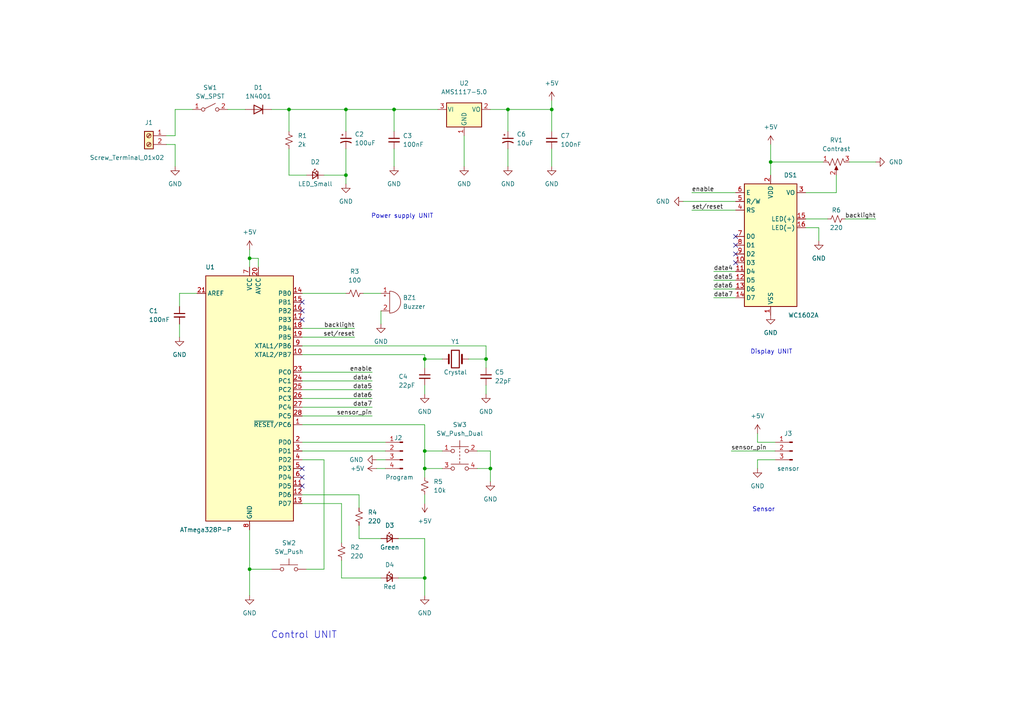
<source format=kicad_sch>
(kicad_sch
	(version 20231120)
	(generator "eeschema")
	(generator_version "8.0")
	(uuid "e63e39d7-6ac0-4ffd-8aa3-1841a4541b55")
	(paper "A4")
	(title_block
		(title "Automatic alcohol detector using MQ-3")
		(date "2024-02-26")
		(company "FETA Mbegani")
	)
	(lib_symbols
		(symbol "Connector:Conn_01x03_Male"
			(pin_names
				(offset 1.016) hide)
			(exclude_from_sim no)
			(in_bom yes)
			(on_board yes)
			(property "Reference" "J"
				(at 0 5.08 0)
				(effects
					(font
						(size 1.27 1.27)
					)
				)
			)
			(property "Value" "Conn_01x03_Male"
				(at 0 -5.08 0)
				(effects
					(font
						(size 1.27 1.27)
					)
				)
			)
			(property "Footprint" ""
				(at 0 0 0)
				(effects
					(font
						(size 1.27 1.27)
					)
					(hide yes)
				)
			)
			(property "Datasheet" "~"
				(at 0 0 0)
				(effects
					(font
						(size 1.27 1.27)
					)
					(hide yes)
				)
			)
			(property "Description" "Generic connector, single row, 01x03, script generated (kicad-library-utils/schlib/autogen/connector/)"
				(at 0 0 0)
				(effects
					(font
						(size 1.27 1.27)
					)
					(hide yes)
				)
			)
			(property "ki_keywords" "connector"
				(at 0 0 0)
				(effects
					(font
						(size 1.27 1.27)
					)
					(hide yes)
				)
			)
			(property "ki_fp_filters" "Connector*:*_1x??_*"
				(at 0 0 0)
				(effects
					(font
						(size 1.27 1.27)
					)
					(hide yes)
				)
			)
			(symbol "Conn_01x03_Male_1_1"
				(polyline
					(pts
						(xy 1.27 -2.54) (xy 0.8636 -2.54)
					)
					(stroke
						(width 0.1524)
						(type default)
					)
					(fill
						(type none)
					)
				)
				(polyline
					(pts
						(xy 1.27 0) (xy 0.8636 0)
					)
					(stroke
						(width 0.1524)
						(type default)
					)
					(fill
						(type none)
					)
				)
				(polyline
					(pts
						(xy 1.27 2.54) (xy 0.8636 2.54)
					)
					(stroke
						(width 0.1524)
						(type default)
					)
					(fill
						(type none)
					)
				)
				(rectangle
					(start 0.8636 -2.413)
					(end 0 -2.667)
					(stroke
						(width 0.1524)
						(type default)
					)
					(fill
						(type outline)
					)
				)
				(rectangle
					(start 0.8636 0.127)
					(end 0 -0.127)
					(stroke
						(width 0.1524)
						(type default)
					)
					(fill
						(type outline)
					)
				)
				(rectangle
					(start 0.8636 2.667)
					(end 0 2.413)
					(stroke
						(width 0.1524)
						(type default)
					)
					(fill
						(type outline)
					)
				)
				(pin passive line
					(at 5.08 2.54 180)
					(length 3.81)
					(name "Pin_1"
						(effects
							(font
								(size 1.27 1.27)
							)
						)
					)
					(number "1"
						(effects
							(font
								(size 1.27 1.27)
							)
						)
					)
				)
				(pin passive line
					(at 5.08 0 180)
					(length 3.81)
					(name "Pin_2"
						(effects
							(font
								(size 1.27 1.27)
							)
						)
					)
					(number "2"
						(effects
							(font
								(size 1.27 1.27)
							)
						)
					)
				)
				(pin passive line
					(at 5.08 -2.54 180)
					(length 3.81)
					(name "Pin_3"
						(effects
							(font
								(size 1.27 1.27)
							)
						)
					)
					(number "3"
						(effects
							(font
								(size 1.27 1.27)
							)
						)
					)
				)
			)
		)
		(symbol "Connector:Conn_01x04_Male"
			(pin_names
				(offset 1.016) hide)
			(exclude_from_sim no)
			(in_bom yes)
			(on_board yes)
			(property "Reference" "J"
				(at 0 5.08 0)
				(effects
					(font
						(size 1.27 1.27)
					)
				)
			)
			(property "Value" "Conn_01x04_Male"
				(at 0 -7.62 0)
				(effects
					(font
						(size 1.27 1.27)
					)
				)
			)
			(property "Footprint" ""
				(at 0 0 0)
				(effects
					(font
						(size 1.27 1.27)
					)
					(hide yes)
				)
			)
			(property "Datasheet" "~"
				(at 0 0 0)
				(effects
					(font
						(size 1.27 1.27)
					)
					(hide yes)
				)
			)
			(property "Description" "Generic connector, single row, 01x04, script generated (kicad-library-utils/schlib/autogen/connector/)"
				(at 0 0 0)
				(effects
					(font
						(size 1.27 1.27)
					)
					(hide yes)
				)
			)
			(property "ki_keywords" "connector"
				(at 0 0 0)
				(effects
					(font
						(size 1.27 1.27)
					)
					(hide yes)
				)
			)
			(property "ki_fp_filters" "Connector*:*_1x??_*"
				(at 0 0 0)
				(effects
					(font
						(size 1.27 1.27)
					)
					(hide yes)
				)
			)
			(symbol "Conn_01x04_Male_1_1"
				(polyline
					(pts
						(xy 1.27 -5.08) (xy 0.8636 -5.08)
					)
					(stroke
						(width 0.1524)
						(type default)
					)
					(fill
						(type none)
					)
				)
				(polyline
					(pts
						(xy 1.27 -2.54) (xy 0.8636 -2.54)
					)
					(stroke
						(width 0.1524)
						(type default)
					)
					(fill
						(type none)
					)
				)
				(polyline
					(pts
						(xy 1.27 0) (xy 0.8636 0)
					)
					(stroke
						(width 0.1524)
						(type default)
					)
					(fill
						(type none)
					)
				)
				(polyline
					(pts
						(xy 1.27 2.54) (xy 0.8636 2.54)
					)
					(stroke
						(width 0.1524)
						(type default)
					)
					(fill
						(type none)
					)
				)
				(rectangle
					(start 0.8636 -4.953)
					(end 0 -5.207)
					(stroke
						(width 0.1524)
						(type default)
					)
					(fill
						(type outline)
					)
				)
				(rectangle
					(start 0.8636 -2.413)
					(end 0 -2.667)
					(stroke
						(width 0.1524)
						(type default)
					)
					(fill
						(type outline)
					)
				)
				(rectangle
					(start 0.8636 0.127)
					(end 0 -0.127)
					(stroke
						(width 0.1524)
						(type default)
					)
					(fill
						(type outline)
					)
				)
				(rectangle
					(start 0.8636 2.667)
					(end 0 2.413)
					(stroke
						(width 0.1524)
						(type default)
					)
					(fill
						(type outline)
					)
				)
				(pin passive line
					(at 5.08 2.54 180)
					(length 3.81)
					(name "Pin_1"
						(effects
							(font
								(size 1.27 1.27)
							)
						)
					)
					(number "1"
						(effects
							(font
								(size 1.27 1.27)
							)
						)
					)
				)
				(pin passive line
					(at 5.08 0 180)
					(length 3.81)
					(name "Pin_2"
						(effects
							(font
								(size 1.27 1.27)
							)
						)
					)
					(number "2"
						(effects
							(font
								(size 1.27 1.27)
							)
						)
					)
				)
				(pin passive line
					(at 5.08 -2.54 180)
					(length 3.81)
					(name "Pin_3"
						(effects
							(font
								(size 1.27 1.27)
							)
						)
					)
					(number "3"
						(effects
							(font
								(size 1.27 1.27)
							)
						)
					)
				)
				(pin passive line
					(at 5.08 -5.08 180)
					(length 3.81)
					(name "Pin_4"
						(effects
							(font
								(size 1.27 1.27)
							)
						)
					)
					(number "4"
						(effects
							(font
								(size 1.27 1.27)
							)
						)
					)
				)
			)
		)
		(symbol "Connector:Screw_Terminal_01x02"
			(pin_names
				(offset 1.016) hide)
			(exclude_from_sim no)
			(in_bom yes)
			(on_board yes)
			(property "Reference" "J"
				(at 0 2.54 0)
				(effects
					(font
						(size 1.27 1.27)
					)
				)
			)
			(property "Value" "Screw_Terminal_01x02"
				(at 0 -5.08 0)
				(effects
					(font
						(size 1.27 1.27)
					)
				)
			)
			(property "Footprint" ""
				(at 0 0 0)
				(effects
					(font
						(size 1.27 1.27)
					)
					(hide yes)
				)
			)
			(property "Datasheet" "~"
				(at 0 0 0)
				(effects
					(font
						(size 1.27 1.27)
					)
					(hide yes)
				)
			)
			(property "Description" "Generic screw terminal, single row, 01x02, script generated (kicad-library-utils/schlib/autogen/connector/)"
				(at 0 0 0)
				(effects
					(font
						(size 1.27 1.27)
					)
					(hide yes)
				)
			)
			(property "ki_keywords" "screw terminal"
				(at 0 0 0)
				(effects
					(font
						(size 1.27 1.27)
					)
					(hide yes)
				)
			)
			(property "ki_fp_filters" "TerminalBlock*:*"
				(at 0 0 0)
				(effects
					(font
						(size 1.27 1.27)
					)
					(hide yes)
				)
			)
			(symbol "Screw_Terminal_01x02_1_1"
				(rectangle
					(start -1.27 1.27)
					(end 1.27 -3.81)
					(stroke
						(width 0.254)
						(type default)
					)
					(fill
						(type background)
					)
				)
				(circle
					(center 0 -2.54)
					(radius 0.635)
					(stroke
						(width 0.1524)
						(type default)
					)
					(fill
						(type none)
					)
				)
				(polyline
					(pts
						(xy -0.5334 -2.2098) (xy 0.3302 -3.048)
					)
					(stroke
						(width 0.1524)
						(type default)
					)
					(fill
						(type none)
					)
				)
				(polyline
					(pts
						(xy -0.5334 0.3302) (xy 0.3302 -0.508)
					)
					(stroke
						(width 0.1524)
						(type default)
					)
					(fill
						(type none)
					)
				)
				(polyline
					(pts
						(xy -0.3556 -2.032) (xy 0.508 -2.8702)
					)
					(stroke
						(width 0.1524)
						(type default)
					)
					(fill
						(type none)
					)
				)
				(polyline
					(pts
						(xy -0.3556 0.508) (xy 0.508 -0.3302)
					)
					(stroke
						(width 0.1524)
						(type default)
					)
					(fill
						(type none)
					)
				)
				(circle
					(center 0 0)
					(radius 0.635)
					(stroke
						(width 0.1524)
						(type default)
					)
					(fill
						(type none)
					)
				)
				(pin passive line
					(at -5.08 0 0)
					(length 3.81)
					(name "Pin_1"
						(effects
							(font
								(size 1.27 1.27)
							)
						)
					)
					(number "1"
						(effects
							(font
								(size 1.27 1.27)
							)
						)
					)
				)
				(pin passive line
					(at -5.08 -2.54 0)
					(length 3.81)
					(name "Pin_2"
						(effects
							(font
								(size 1.27 1.27)
							)
						)
					)
					(number "2"
						(effects
							(font
								(size 1.27 1.27)
							)
						)
					)
				)
			)
		)
		(symbol "Device:Buzzer"
			(pin_names
				(offset 0.0254) hide)
			(exclude_from_sim no)
			(in_bom yes)
			(on_board yes)
			(property "Reference" "BZ"
				(at 3.81 1.27 0)
				(effects
					(font
						(size 1.27 1.27)
					)
					(justify left)
				)
			)
			(property "Value" "Buzzer"
				(at 3.81 -1.27 0)
				(effects
					(font
						(size 1.27 1.27)
					)
					(justify left)
				)
			)
			(property "Footprint" ""
				(at -0.635 2.54 90)
				(effects
					(font
						(size 1.27 1.27)
					)
					(hide yes)
				)
			)
			(property "Datasheet" "~"
				(at -0.635 2.54 90)
				(effects
					(font
						(size 1.27 1.27)
					)
					(hide yes)
				)
			)
			(property "Description" "Buzzer, polarized"
				(at 0 0 0)
				(effects
					(font
						(size 1.27 1.27)
					)
					(hide yes)
				)
			)
			(property "ki_keywords" "quartz resonator ceramic"
				(at 0 0 0)
				(effects
					(font
						(size 1.27 1.27)
					)
					(hide yes)
				)
			)
			(property "ki_fp_filters" "*Buzzer*"
				(at 0 0 0)
				(effects
					(font
						(size 1.27 1.27)
					)
					(hide yes)
				)
			)
			(symbol "Buzzer_0_1"
				(arc
					(start 0 -3.175)
					(mid 3.1612 0)
					(end 0 3.175)
					(stroke
						(width 0)
						(type default)
					)
					(fill
						(type none)
					)
				)
				(polyline
					(pts
						(xy -1.651 1.905) (xy -1.143 1.905)
					)
					(stroke
						(width 0)
						(type default)
					)
					(fill
						(type none)
					)
				)
				(polyline
					(pts
						(xy -1.397 2.159) (xy -1.397 1.651)
					)
					(stroke
						(width 0)
						(type default)
					)
					(fill
						(type none)
					)
				)
				(polyline
					(pts
						(xy 0 3.175) (xy 0 -3.175)
					)
					(stroke
						(width 0)
						(type default)
					)
					(fill
						(type none)
					)
				)
			)
			(symbol "Buzzer_1_1"
				(pin passive line
					(at -2.54 2.54 0)
					(length 2.54)
					(name "-"
						(effects
							(font
								(size 1.27 1.27)
							)
						)
					)
					(number "1"
						(effects
							(font
								(size 1.27 1.27)
							)
						)
					)
				)
				(pin passive line
					(at -2.54 -2.54 0)
					(length 2.54)
					(name "+"
						(effects
							(font
								(size 1.27 1.27)
							)
						)
					)
					(number "2"
						(effects
							(font
								(size 1.27 1.27)
							)
						)
					)
				)
			)
		)
		(symbol "Device:C_Polarized_Small_US"
			(pin_numbers hide)
			(pin_names
				(offset 0.254) hide)
			(exclude_from_sim no)
			(in_bom yes)
			(on_board yes)
			(property "Reference" "C"
				(at 0.254 1.778 0)
				(effects
					(font
						(size 1.27 1.27)
					)
					(justify left)
				)
			)
			(property "Value" "C_Polarized_Small_US"
				(at 0.254 -2.032 0)
				(effects
					(font
						(size 1.27 1.27)
					)
					(justify left)
				)
			)
			(property "Footprint" ""
				(at 0 0 0)
				(effects
					(font
						(size 1.27 1.27)
					)
					(hide yes)
				)
			)
			(property "Datasheet" "~"
				(at 0 0 0)
				(effects
					(font
						(size 1.27 1.27)
					)
					(hide yes)
				)
			)
			(property "Description" "Polarized capacitor, small US symbol"
				(at 0 0 0)
				(effects
					(font
						(size 1.27 1.27)
					)
					(hide yes)
				)
			)
			(property "ki_keywords" "cap capacitor"
				(at 0 0 0)
				(effects
					(font
						(size 1.27 1.27)
					)
					(hide yes)
				)
			)
			(property "ki_fp_filters" "CP_*"
				(at 0 0 0)
				(effects
					(font
						(size 1.27 1.27)
					)
					(hide yes)
				)
			)
			(symbol "C_Polarized_Small_US_0_1"
				(polyline
					(pts
						(xy -1.524 0.508) (xy 1.524 0.508)
					)
					(stroke
						(width 0.3048)
						(type default)
					)
					(fill
						(type none)
					)
				)
				(polyline
					(pts
						(xy -1.27 1.524) (xy -0.762 1.524)
					)
					(stroke
						(width 0)
						(type default)
					)
					(fill
						(type none)
					)
				)
				(polyline
					(pts
						(xy -1.016 1.27) (xy -1.016 1.778)
					)
					(stroke
						(width 0)
						(type default)
					)
					(fill
						(type none)
					)
				)
				(arc
					(start 1.524 -0.762)
					(mid 0 -0.3734)
					(end -1.524 -0.762)
					(stroke
						(width 0.3048)
						(type default)
					)
					(fill
						(type none)
					)
				)
			)
			(symbol "C_Polarized_Small_US_1_1"
				(pin passive line
					(at 0 2.54 270)
					(length 2.032)
					(name "~"
						(effects
							(font
								(size 1.27 1.27)
							)
						)
					)
					(number "1"
						(effects
							(font
								(size 1.27 1.27)
							)
						)
					)
				)
				(pin passive line
					(at 0 -2.54 90)
					(length 2.032)
					(name "~"
						(effects
							(font
								(size 1.27 1.27)
							)
						)
					)
					(number "2"
						(effects
							(font
								(size 1.27 1.27)
							)
						)
					)
				)
			)
		)
		(symbol "Device:C_Small"
			(pin_numbers hide)
			(pin_names
				(offset 0.254) hide)
			(exclude_from_sim no)
			(in_bom yes)
			(on_board yes)
			(property "Reference" "C"
				(at 0.254 1.778 0)
				(effects
					(font
						(size 1.27 1.27)
					)
					(justify left)
				)
			)
			(property "Value" "C_Small"
				(at 0.254 -2.032 0)
				(effects
					(font
						(size 1.27 1.27)
					)
					(justify left)
				)
			)
			(property "Footprint" ""
				(at 0 0 0)
				(effects
					(font
						(size 1.27 1.27)
					)
					(hide yes)
				)
			)
			(property "Datasheet" "~"
				(at 0 0 0)
				(effects
					(font
						(size 1.27 1.27)
					)
					(hide yes)
				)
			)
			(property "Description" "Unpolarized capacitor, small symbol"
				(at 0 0 0)
				(effects
					(font
						(size 1.27 1.27)
					)
					(hide yes)
				)
			)
			(property "ki_keywords" "capacitor cap"
				(at 0 0 0)
				(effects
					(font
						(size 1.27 1.27)
					)
					(hide yes)
				)
			)
			(property "ki_fp_filters" "C_*"
				(at 0 0 0)
				(effects
					(font
						(size 1.27 1.27)
					)
					(hide yes)
				)
			)
			(symbol "C_Small_0_1"
				(polyline
					(pts
						(xy -1.524 -0.508) (xy 1.524 -0.508)
					)
					(stroke
						(width 0.3302)
						(type default)
					)
					(fill
						(type none)
					)
				)
				(polyline
					(pts
						(xy -1.524 0.508) (xy 1.524 0.508)
					)
					(stroke
						(width 0.3048)
						(type default)
					)
					(fill
						(type none)
					)
				)
			)
			(symbol "C_Small_1_1"
				(pin passive line
					(at 0 2.54 270)
					(length 2.032)
					(name "~"
						(effects
							(font
								(size 1.27 1.27)
							)
						)
					)
					(number "1"
						(effects
							(font
								(size 1.27 1.27)
							)
						)
					)
				)
				(pin passive line
					(at 0 -2.54 90)
					(length 2.032)
					(name "~"
						(effects
							(font
								(size 1.27 1.27)
							)
						)
					)
					(number "2"
						(effects
							(font
								(size 1.27 1.27)
							)
						)
					)
				)
			)
		)
		(symbol "Device:Crystal"
			(pin_numbers hide)
			(pin_names
				(offset 1.016) hide)
			(exclude_from_sim no)
			(in_bom yes)
			(on_board yes)
			(property "Reference" "Y"
				(at 0 3.81 0)
				(effects
					(font
						(size 1.27 1.27)
					)
				)
			)
			(property "Value" "Crystal"
				(at 0 -3.81 0)
				(effects
					(font
						(size 1.27 1.27)
					)
				)
			)
			(property "Footprint" ""
				(at 0 0 0)
				(effects
					(font
						(size 1.27 1.27)
					)
					(hide yes)
				)
			)
			(property "Datasheet" "~"
				(at 0 0 0)
				(effects
					(font
						(size 1.27 1.27)
					)
					(hide yes)
				)
			)
			(property "Description" "Two pin crystal"
				(at 0 0 0)
				(effects
					(font
						(size 1.27 1.27)
					)
					(hide yes)
				)
			)
			(property "ki_keywords" "quartz ceramic resonator oscillator"
				(at 0 0 0)
				(effects
					(font
						(size 1.27 1.27)
					)
					(hide yes)
				)
			)
			(property "ki_fp_filters" "Crystal*"
				(at 0 0 0)
				(effects
					(font
						(size 1.27 1.27)
					)
					(hide yes)
				)
			)
			(symbol "Crystal_0_1"
				(rectangle
					(start -1.143 2.54)
					(end 1.143 -2.54)
					(stroke
						(width 0.3048)
						(type default)
					)
					(fill
						(type none)
					)
				)
				(polyline
					(pts
						(xy -2.54 0) (xy -1.905 0)
					)
					(stroke
						(width 0)
						(type default)
					)
					(fill
						(type none)
					)
				)
				(polyline
					(pts
						(xy -1.905 -1.27) (xy -1.905 1.27)
					)
					(stroke
						(width 0.508)
						(type default)
					)
					(fill
						(type none)
					)
				)
				(polyline
					(pts
						(xy 1.905 -1.27) (xy 1.905 1.27)
					)
					(stroke
						(width 0.508)
						(type default)
					)
					(fill
						(type none)
					)
				)
				(polyline
					(pts
						(xy 2.54 0) (xy 1.905 0)
					)
					(stroke
						(width 0)
						(type default)
					)
					(fill
						(type none)
					)
				)
			)
			(symbol "Crystal_1_1"
				(pin passive line
					(at -3.81 0 0)
					(length 1.27)
					(name "1"
						(effects
							(font
								(size 1.27 1.27)
							)
						)
					)
					(number "1"
						(effects
							(font
								(size 1.27 1.27)
							)
						)
					)
				)
				(pin passive line
					(at 3.81 0 180)
					(length 1.27)
					(name "2"
						(effects
							(font
								(size 1.27 1.27)
							)
						)
					)
					(number "2"
						(effects
							(font
								(size 1.27 1.27)
							)
						)
					)
				)
			)
		)
		(symbol "Device:LED_Small"
			(pin_numbers hide)
			(pin_names
				(offset 0.254) hide)
			(exclude_from_sim no)
			(in_bom yes)
			(on_board yes)
			(property "Reference" "D"
				(at -1.27 3.175 0)
				(effects
					(font
						(size 1.27 1.27)
					)
					(justify left)
				)
			)
			(property "Value" "LED_Small"
				(at -4.445 -2.54 0)
				(effects
					(font
						(size 1.27 1.27)
					)
					(justify left)
				)
			)
			(property "Footprint" ""
				(at 0 0 90)
				(effects
					(font
						(size 1.27 1.27)
					)
					(hide yes)
				)
			)
			(property "Datasheet" "~"
				(at 0 0 90)
				(effects
					(font
						(size 1.27 1.27)
					)
					(hide yes)
				)
			)
			(property "Description" "Light emitting diode, small symbol"
				(at 0 0 0)
				(effects
					(font
						(size 1.27 1.27)
					)
					(hide yes)
				)
			)
			(property "ki_keywords" "LED diode light-emitting-diode"
				(at 0 0 0)
				(effects
					(font
						(size 1.27 1.27)
					)
					(hide yes)
				)
			)
			(property "ki_fp_filters" "LED* LED_SMD:* LED_THT:*"
				(at 0 0 0)
				(effects
					(font
						(size 1.27 1.27)
					)
					(hide yes)
				)
			)
			(symbol "LED_Small_0_1"
				(polyline
					(pts
						(xy -0.762 -1.016) (xy -0.762 1.016)
					)
					(stroke
						(width 0.254)
						(type default)
					)
					(fill
						(type none)
					)
				)
				(polyline
					(pts
						(xy 1.016 0) (xy -0.762 0)
					)
					(stroke
						(width 0)
						(type default)
					)
					(fill
						(type none)
					)
				)
				(polyline
					(pts
						(xy 0.762 -1.016) (xy -0.762 0) (xy 0.762 1.016) (xy 0.762 -1.016)
					)
					(stroke
						(width 0.254)
						(type default)
					)
					(fill
						(type none)
					)
				)
				(polyline
					(pts
						(xy 0 0.762) (xy -0.508 1.27) (xy -0.254 1.27) (xy -0.508 1.27) (xy -0.508 1.016)
					)
					(stroke
						(width 0)
						(type default)
					)
					(fill
						(type none)
					)
				)
				(polyline
					(pts
						(xy 0.508 1.27) (xy 0 1.778) (xy 0.254 1.778) (xy 0 1.778) (xy 0 1.524)
					)
					(stroke
						(width 0)
						(type default)
					)
					(fill
						(type none)
					)
				)
			)
			(symbol "LED_Small_1_1"
				(pin passive line
					(at -2.54 0 0)
					(length 1.778)
					(name "K"
						(effects
							(font
								(size 1.27 1.27)
							)
						)
					)
					(number "1"
						(effects
							(font
								(size 1.27 1.27)
							)
						)
					)
				)
				(pin passive line
					(at 2.54 0 180)
					(length 1.778)
					(name "A"
						(effects
							(font
								(size 1.27 1.27)
							)
						)
					)
					(number "2"
						(effects
							(font
								(size 1.27 1.27)
							)
						)
					)
				)
			)
		)
		(symbol "Device:R_Potentiometer_US"
			(pin_names
				(offset 1.016) hide)
			(exclude_from_sim no)
			(in_bom yes)
			(on_board yes)
			(property "Reference" "RV"
				(at -4.445 0 90)
				(effects
					(font
						(size 1.27 1.27)
					)
				)
			)
			(property "Value" "R_Potentiometer_US"
				(at -2.54 0 90)
				(effects
					(font
						(size 1.27 1.27)
					)
				)
			)
			(property "Footprint" ""
				(at 0 0 0)
				(effects
					(font
						(size 1.27 1.27)
					)
					(hide yes)
				)
			)
			(property "Datasheet" "~"
				(at 0 0 0)
				(effects
					(font
						(size 1.27 1.27)
					)
					(hide yes)
				)
			)
			(property "Description" "Potentiometer, US symbol"
				(at 0 0 0)
				(effects
					(font
						(size 1.27 1.27)
					)
					(hide yes)
				)
			)
			(property "ki_keywords" "resistor variable"
				(at 0 0 0)
				(effects
					(font
						(size 1.27 1.27)
					)
					(hide yes)
				)
			)
			(property "ki_fp_filters" "Potentiometer*"
				(at 0 0 0)
				(effects
					(font
						(size 1.27 1.27)
					)
					(hide yes)
				)
			)
			(symbol "R_Potentiometer_US_0_1"
				(polyline
					(pts
						(xy 0 -2.286) (xy 0 -2.54)
					)
					(stroke
						(width 0)
						(type default)
					)
					(fill
						(type none)
					)
				)
				(polyline
					(pts
						(xy 0 2.54) (xy 0 2.286)
					)
					(stroke
						(width 0)
						(type default)
					)
					(fill
						(type none)
					)
				)
				(polyline
					(pts
						(xy 2.54 0) (xy 1.524 0)
					)
					(stroke
						(width 0)
						(type default)
					)
					(fill
						(type none)
					)
				)
				(polyline
					(pts
						(xy 1.143 0) (xy 2.286 0.508) (xy 2.286 -0.508) (xy 1.143 0)
					)
					(stroke
						(width 0)
						(type default)
					)
					(fill
						(type outline)
					)
				)
				(polyline
					(pts
						(xy 0 -0.762) (xy 1.016 -1.143) (xy 0 -1.524) (xy -1.016 -1.905) (xy 0 -2.286)
					)
					(stroke
						(width 0)
						(type default)
					)
					(fill
						(type none)
					)
				)
				(polyline
					(pts
						(xy 0 0.762) (xy 1.016 0.381) (xy 0 0) (xy -1.016 -0.381) (xy 0 -0.762)
					)
					(stroke
						(width 0)
						(type default)
					)
					(fill
						(type none)
					)
				)
				(polyline
					(pts
						(xy 0 2.286) (xy 1.016 1.905) (xy 0 1.524) (xy -1.016 1.143) (xy 0 0.762)
					)
					(stroke
						(width 0)
						(type default)
					)
					(fill
						(type none)
					)
				)
			)
			(symbol "R_Potentiometer_US_1_1"
				(pin passive line
					(at 0 3.81 270)
					(length 1.27)
					(name "1"
						(effects
							(font
								(size 1.27 1.27)
							)
						)
					)
					(number "1"
						(effects
							(font
								(size 1.27 1.27)
							)
						)
					)
				)
				(pin passive line
					(at 3.81 0 180)
					(length 1.27)
					(name "2"
						(effects
							(font
								(size 1.27 1.27)
							)
						)
					)
					(number "2"
						(effects
							(font
								(size 1.27 1.27)
							)
						)
					)
				)
				(pin passive line
					(at 0 -3.81 90)
					(length 1.27)
					(name "3"
						(effects
							(font
								(size 1.27 1.27)
							)
						)
					)
					(number "3"
						(effects
							(font
								(size 1.27 1.27)
							)
						)
					)
				)
			)
		)
		(symbol "Device:R_Small_US"
			(pin_numbers hide)
			(pin_names
				(offset 0.254) hide)
			(exclude_from_sim no)
			(in_bom yes)
			(on_board yes)
			(property "Reference" "R"
				(at 0.762 0.508 0)
				(effects
					(font
						(size 1.27 1.27)
					)
					(justify left)
				)
			)
			(property "Value" "R_Small_US"
				(at 0.762 -1.016 0)
				(effects
					(font
						(size 1.27 1.27)
					)
					(justify left)
				)
			)
			(property "Footprint" ""
				(at 0 0 0)
				(effects
					(font
						(size 1.27 1.27)
					)
					(hide yes)
				)
			)
			(property "Datasheet" "~"
				(at 0 0 0)
				(effects
					(font
						(size 1.27 1.27)
					)
					(hide yes)
				)
			)
			(property "Description" "Resistor, small US symbol"
				(at 0 0 0)
				(effects
					(font
						(size 1.27 1.27)
					)
					(hide yes)
				)
			)
			(property "ki_keywords" "r resistor"
				(at 0 0 0)
				(effects
					(font
						(size 1.27 1.27)
					)
					(hide yes)
				)
			)
			(property "ki_fp_filters" "R_*"
				(at 0 0 0)
				(effects
					(font
						(size 1.27 1.27)
					)
					(hide yes)
				)
			)
			(symbol "R_Small_US_1_1"
				(polyline
					(pts
						(xy 0 0) (xy 1.016 -0.381) (xy 0 -0.762) (xy -1.016 -1.143) (xy 0 -1.524)
					)
					(stroke
						(width 0)
						(type default)
					)
					(fill
						(type none)
					)
				)
				(polyline
					(pts
						(xy 0 1.524) (xy 1.016 1.143) (xy 0 0.762) (xy -1.016 0.381) (xy 0 0)
					)
					(stroke
						(width 0)
						(type default)
					)
					(fill
						(type none)
					)
				)
				(pin passive line
					(at 0 2.54 270)
					(length 1.016)
					(name "~"
						(effects
							(font
								(size 1.27 1.27)
							)
						)
					)
					(number "1"
						(effects
							(font
								(size 1.27 1.27)
							)
						)
					)
				)
				(pin passive line
					(at 0 -2.54 90)
					(length 1.016)
					(name "~"
						(effects
							(font
								(size 1.27 1.27)
							)
						)
					)
					(number "2"
						(effects
							(font
								(size 1.27 1.27)
							)
						)
					)
				)
			)
		)
		(symbol "Diode:1N4001"
			(pin_numbers hide)
			(pin_names
				(offset 1.016) hide)
			(exclude_from_sim no)
			(in_bom yes)
			(on_board yes)
			(property "Reference" "D"
				(at 0 2.54 0)
				(effects
					(font
						(size 1.27 1.27)
					)
				)
			)
			(property "Value" "1N4001"
				(at 0 -2.54 0)
				(effects
					(font
						(size 1.27 1.27)
					)
				)
			)
			(property "Footprint" "Diode_THT:D_DO-41_SOD81_P10.16mm_Horizontal"
				(at 0 -4.445 0)
				(effects
					(font
						(size 1.27 1.27)
					)
					(hide yes)
				)
			)
			(property "Datasheet" "http://www.vishay.com/docs/88503/1n4001.pdf"
				(at 0 0 0)
				(effects
					(font
						(size 1.27 1.27)
					)
					(hide yes)
				)
			)
			(property "Description" "50V 1A General Purpose Rectifier Diode, DO-41"
				(at 0 0 0)
				(effects
					(font
						(size 1.27 1.27)
					)
					(hide yes)
				)
			)
			(property "ki_keywords" "diode"
				(at 0 0 0)
				(effects
					(font
						(size 1.27 1.27)
					)
					(hide yes)
				)
			)
			(property "ki_fp_filters" "D*DO?41*"
				(at 0 0 0)
				(effects
					(font
						(size 1.27 1.27)
					)
					(hide yes)
				)
			)
			(symbol "1N4001_0_1"
				(polyline
					(pts
						(xy -1.27 1.27) (xy -1.27 -1.27)
					)
					(stroke
						(width 0.254)
						(type default)
					)
					(fill
						(type none)
					)
				)
				(polyline
					(pts
						(xy 1.27 0) (xy -1.27 0)
					)
					(stroke
						(width 0)
						(type default)
					)
					(fill
						(type none)
					)
				)
				(polyline
					(pts
						(xy 1.27 1.27) (xy 1.27 -1.27) (xy -1.27 0) (xy 1.27 1.27)
					)
					(stroke
						(width 0.254)
						(type default)
					)
					(fill
						(type none)
					)
				)
			)
			(symbol "1N4001_1_1"
				(pin passive line
					(at -3.81 0 0)
					(length 2.54)
					(name "K"
						(effects
							(font
								(size 1.27 1.27)
							)
						)
					)
					(number "1"
						(effects
							(font
								(size 1.27 1.27)
							)
						)
					)
				)
				(pin passive line
					(at 3.81 0 180)
					(length 2.54)
					(name "A"
						(effects
							(font
								(size 1.27 1.27)
							)
						)
					)
					(number "2"
						(effects
							(font
								(size 1.27 1.27)
							)
						)
					)
				)
			)
		)
		(symbol "Display_Character:WC1602A"
			(exclude_from_sim no)
			(in_bom yes)
			(on_board yes)
			(property "Reference" "DS"
				(at -5.842 19.05 0)
				(effects
					(font
						(size 1.27 1.27)
					)
				)
			)
			(property "Value" "WC1602A"
				(at 5.334 19.05 0)
				(effects
					(font
						(size 1.27 1.27)
					)
				)
			)
			(property "Footprint" "Display:WC1602A"
				(at 0 -22.86 0)
				(effects
					(font
						(size 1.27 1.27)
						(italic yes)
					)
					(hide yes)
				)
			)
			(property "Datasheet" "http://www.wincomlcd.com/pdf/WC1602A-SFYLYHTC06.pdf"
				(at 17.78 0 0)
				(effects
					(font
						(size 1.27 1.27)
					)
					(hide yes)
				)
			)
			(property "Description" "LCD 16x2 Alphanumeric , 8 bit parallel bus, 5V VDD"
				(at 0 0 0)
				(effects
					(font
						(size 1.27 1.27)
					)
					(hide yes)
				)
			)
			(property "ki_keywords" "display LCD dot-matrix"
				(at 0 0 0)
				(effects
					(font
						(size 1.27 1.27)
					)
					(hide yes)
				)
			)
			(property "ki_fp_filters" "*WC*1602A*"
				(at 0 0 0)
				(effects
					(font
						(size 1.27 1.27)
					)
					(hide yes)
				)
			)
			(symbol "WC1602A_1_1"
				(rectangle
					(start -7.62 17.78)
					(end 7.62 -17.78)
					(stroke
						(width 0.254)
						(type default)
					)
					(fill
						(type background)
					)
				)
				(pin power_in line
					(at 0 -20.32 90)
					(length 2.54)
					(name "VSS"
						(effects
							(font
								(size 1.27 1.27)
							)
						)
					)
					(number "1"
						(effects
							(font
								(size 1.27 1.27)
							)
						)
					)
				)
				(pin input line
					(at -10.16 -5.08 0)
					(length 2.54)
					(name "D3"
						(effects
							(font
								(size 1.27 1.27)
							)
						)
					)
					(number "10"
						(effects
							(font
								(size 1.27 1.27)
							)
						)
					)
				)
				(pin input line
					(at -10.16 -7.62 0)
					(length 2.54)
					(name "D4"
						(effects
							(font
								(size 1.27 1.27)
							)
						)
					)
					(number "11"
						(effects
							(font
								(size 1.27 1.27)
							)
						)
					)
				)
				(pin input line
					(at -10.16 -10.16 0)
					(length 2.54)
					(name "D5"
						(effects
							(font
								(size 1.27 1.27)
							)
						)
					)
					(number "12"
						(effects
							(font
								(size 1.27 1.27)
							)
						)
					)
				)
				(pin input line
					(at -10.16 -12.7 0)
					(length 2.54)
					(name "D6"
						(effects
							(font
								(size 1.27 1.27)
							)
						)
					)
					(number "13"
						(effects
							(font
								(size 1.27 1.27)
							)
						)
					)
				)
				(pin input line
					(at -10.16 -15.24 0)
					(length 2.54)
					(name "D7"
						(effects
							(font
								(size 1.27 1.27)
							)
						)
					)
					(number "14"
						(effects
							(font
								(size 1.27 1.27)
							)
						)
					)
				)
				(pin power_in line
					(at 10.16 7.62 180)
					(length 2.54)
					(name "LED(+)"
						(effects
							(font
								(size 1.27 1.27)
							)
						)
					)
					(number "15"
						(effects
							(font
								(size 1.27 1.27)
							)
						)
					)
				)
				(pin power_in line
					(at 10.16 5.08 180)
					(length 2.54)
					(name "LED(-)"
						(effects
							(font
								(size 1.27 1.27)
							)
						)
					)
					(number "16"
						(effects
							(font
								(size 1.27 1.27)
							)
						)
					)
				)
				(pin power_in line
					(at 0 20.32 270)
					(length 2.54)
					(name "VDD"
						(effects
							(font
								(size 1.27 1.27)
							)
						)
					)
					(number "2"
						(effects
							(font
								(size 1.27 1.27)
							)
						)
					)
				)
				(pin input line
					(at 10.16 15.24 180)
					(length 2.54)
					(name "VO"
						(effects
							(font
								(size 1.27 1.27)
							)
						)
					)
					(number "3"
						(effects
							(font
								(size 1.27 1.27)
							)
						)
					)
				)
				(pin input line
					(at -10.16 10.16 0)
					(length 2.54)
					(name "RS"
						(effects
							(font
								(size 1.27 1.27)
							)
						)
					)
					(number "4"
						(effects
							(font
								(size 1.27 1.27)
							)
						)
					)
				)
				(pin input line
					(at -10.16 12.7 0)
					(length 2.54)
					(name "R/W"
						(effects
							(font
								(size 1.27 1.27)
							)
						)
					)
					(number "5"
						(effects
							(font
								(size 1.27 1.27)
							)
						)
					)
				)
				(pin input line
					(at -10.16 15.24 0)
					(length 2.54)
					(name "E"
						(effects
							(font
								(size 1.27 1.27)
							)
						)
					)
					(number "6"
						(effects
							(font
								(size 1.27 1.27)
							)
						)
					)
				)
				(pin input line
					(at -10.16 2.54 0)
					(length 2.54)
					(name "D0"
						(effects
							(font
								(size 1.27 1.27)
							)
						)
					)
					(number "7"
						(effects
							(font
								(size 1.27 1.27)
							)
						)
					)
				)
				(pin input line
					(at -10.16 0 0)
					(length 2.54)
					(name "D1"
						(effects
							(font
								(size 1.27 1.27)
							)
						)
					)
					(number "8"
						(effects
							(font
								(size 1.27 1.27)
							)
						)
					)
				)
				(pin input line
					(at -10.16 -2.54 0)
					(length 2.54)
					(name "D2"
						(effects
							(font
								(size 1.27 1.27)
							)
						)
					)
					(number "9"
						(effects
							(font
								(size 1.27 1.27)
							)
						)
					)
				)
			)
		)
		(symbol "MCU_Microchip_ATmega:ATmega328P-P"
			(exclude_from_sim no)
			(in_bom yes)
			(on_board yes)
			(property "Reference" "U"
				(at -12.7 36.83 0)
				(effects
					(font
						(size 1.27 1.27)
					)
					(justify left bottom)
				)
			)
			(property "Value" "ATmega328P-P"
				(at 2.54 -36.83 0)
				(effects
					(font
						(size 1.27 1.27)
					)
					(justify left top)
				)
			)
			(property "Footprint" "Package_DIP:DIP-28_W7.62mm"
				(at 0 0 0)
				(effects
					(font
						(size 1.27 1.27)
						(italic yes)
					)
					(hide yes)
				)
			)
			(property "Datasheet" "http://ww1.microchip.com/downloads/en/DeviceDoc/ATmega328_P%20AVR%20MCU%20with%20picoPower%20Technology%20Data%20Sheet%2040001984A.pdf"
				(at 0 0 0)
				(effects
					(font
						(size 1.27 1.27)
					)
					(hide yes)
				)
			)
			(property "Description" "20MHz, 32kB Flash, 2kB SRAM, 1kB EEPROM, DIP-28"
				(at 0 0 0)
				(effects
					(font
						(size 1.27 1.27)
					)
					(hide yes)
				)
			)
			(property "ki_keywords" "AVR 8bit Microcontroller MegaAVR PicoPower"
				(at 0 0 0)
				(effects
					(font
						(size 1.27 1.27)
					)
					(hide yes)
				)
			)
			(property "ki_fp_filters" "DIP*W7.62mm*"
				(at 0 0 0)
				(effects
					(font
						(size 1.27 1.27)
					)
					(hide yes)
				)
			)
			(symbol "ATmega328P-P_0_1"
				(rectangle
					(start -12.7 -35.56)
					(end 12.7 35.56)
					(stroke
						(width 0.254)
						(type default)
					)
					(fill
						(type background)
					)
				)
			)
			(symbol "ATmega328P-P_1_1"
				(pin bidirectional line
					(at 15.24 -7.62 180)
					(length 2.54)
					(name "~{RESET}/PC6"
						(effects
							(font
								(size 1.27 1.27)
							)
						)
					)
					(number "1"
						(effects
							(font
								(size 1.27 1.27)
							)
						)
					)
				)
				(pin bidirectional line
					(at 15.24 12.7 180)
					(length 2.54)
					(name "XTAL2/PB7"
						(effects
							(font
								(size 1.27 1.27)
							)
						)
					)
					(number "10"
						(effects
							(font
								(size 1.27 1.27)
							)
						)
					)
				)
				(pin bidirectional line
					(at 15.24 -25.4 180)
					(length 2.54)
					(name "PD5"
						(effects
							(font
								(size 1.27 1.27)
							)
						)
					)
					(number "11"
						(effects
							(font
								(size 1.27 1.27)
							)
						)
					)
				)
				(pin bidirectional line
					(at 15.24 -27.94 180)
					(length 2.54)
					(name "PD6"
						(effects
							(font
								(size 1.27 1.27)
							)
						)
					)
					(number "12"
						(effects
							(font
								(size 1.27 1.27)
							)
						)
					)
				)
				(pin bidirectional line
					(at 15.24 -30.48 180)
					(length 2.54)
					(name "PD7"
						(effects
							(font
								(size 1.27 1.27)
							)
						)
					)
					(number "13"
						(effects
							(font
								(size 1.27 1.27)
							)
						)
					)
				)
				(pin bidirectional line
					(at 15.24 30.48 180)
					(length 2.54)
					(name "PB0"
						(effects
							(font
								(size 1.27 1.27)
							)
						)
					)
					(number "14"
						(effects
							(font
								(size 1.27 1.27)
							)
						)
					)
				)
				(pin bidirectional line
					(at 15.24 27.94 180)
					(length 2.54)
					(name "PB1"
						(effects
							(font
								(size 1.27 1.27)
							)
						)
					)
					(number "15"
						(effects
							(font
								(size 1.27 1.27)
							)
						)
					)
				)
				(pin bidirectional line
					(at 15.24 25.4 180)
					(length 2.54)
					(name "PB2"
						(effects
							(font
								(size 1.27 1.27)
							)
						)
					)
					(number "16"
						(effects
							(font
								(size 1.27 1.27)
							)
						)
					)
				)
				(pin bidirectional line
					(at 15.24 22.86 180)
					(length 2.54)
					(name "PB3"
						(effects
							(font
								(size 1.27 1.27)
							)
						)
					)
					(number "17"
						(effects
							(font
								(size 1.27 1.27)
							)
						)
					)
				)
				(pin bidirectional line
					(at 15.24 20.32 180)
					(length 2.54)
					(name "PB4"
						(effects
							(font
								(size 1.27 1.27)
							)
						)
					)
					(number "18"
						(effects
							(font
								(size 1.27 1.27)
							)
						)
					)
				)
				(pin bidirectional line
					(at 15.24 17.78 180)
					(length 2.54)
					(name "PB5"
						(effects
							(font
								(size 1.27 1.27)
							)
						)
					)
					(number "19"
						(effects
							(font
								(size 1.27 1.27)
							)
						)
					)
				)
				(pin bidirectional line
					(at 15.24 -12.7 180)
					(length 2.54)
					(name "PD0"
						(effects
							(font
								(size 1.27 1.27)
							)
						)
					)
					(number "2"
						(effects
							(font
								(size 1.27 1.27)
							)
						)
					)
				)
				(pin power_in line
					(at 2.54 38.1 270)
					(length 2.54)
					(name "AVCC"
						(effects
							(font
								(size 1.27 1.27)
							)
						)
					)
					(number "20"
						(effects
							(font
								(size 1.27 1.27)
							)
						)
					)
				)
				(pin passive line
					(at -15.24 30.48 0)
					(length 2.54)
					(name "AREF"
						(effects
							(font
								(size 1.27 1.27)
							)
						)
					)
					(number "21"
						(effects
							(font
								(size 1.27 1.27)
							)
						)
					)
				)
				(pin passive line
					(at 0 -38.1 90)
					(length 2.54) hide
					(name "GND"
						(effects
							(font
								(size 1.27 1.27)
							)
						)
					)
					(number "22"
						(effects
							(font
								(size 1.27 1.27)
							)
						)
					)
				)
				(pin bidirectional line
					(at 15.24 7.62 180)
					(length 2.54)
					(name "PC0"
						(effects
							(font
								(size 1.27 1.27)
							)
						)
					)
					(number "23"
						(effects
							(font
								(size 1.27 1.27)
							)
						)
					)
				)
				(pin bidirectional line
					(at 15.24 5.08 180)
					(length 2.54)
					(name "PC1"
						(effects
							(font
								(size 1.27 1.27)
							)
						)
					)
					(number "24"
						(effects
							(font
								(size 1.27 1.27)
							)
						)
					)
				)
				(pin bidirectional line
					(at 15.24 2.54 180)
					(length 2.54)
					(name "PC2"
						(effects
							(font
								(size 1.27 1.27)
							)
						)
					)
					(number "25"
						(effects
							(font
								(size 1.27 1.27)
							)
						)
					)
				)
				(pin bidirectional line
					(at 15.24 0 180)
					(length 2.54)
					(name "PC3"
						(effects
							(font
								(size 1.27 1.27)
							)
						)
					)
					(number "26"
						(effects
							(font
								(size 1.27 1.27)
							)
						)
					)
				)
				(pin bidirectional line
					(at 15.24 -2.54 180)
					(length 2.54)
					(name "PC4"
						(effects
							(font
								(size 1.27 1.27)
							)
						)
					)
					(number "27"
						(effects
							(font
								(size 1.27 1.27)
							)
						)
					)
				)
				(pin bidirectional line
					(at 15.24 -5.08 180)
					(length 2.54)
					(name "PC5"
						(effects
							(font
								(size 1.27 1.27)
							)
						)
					)
					(number "28"
						(effects
							(font
								(size 1.27 1.27)
							)
						)
					)
				)
				(pin bidirectional line
					(at 15.24 -15.24 180)
					(length 2.54)
					(name "PD1"
						(effects
							(font
								(size 1.27 1.27)
							)
						)
					)
					(number "3"
						(effects
							(font
								(size 1.27 1.27)
							)
						)
					)
				)
				(pin bidirectional line
					(at 15.24 -17.78 180)
					(length 2.54)
					(name "PD2"
						(effects
							(font
								(size 1.27 1.27)
							)
						)
					)
					(number "4"
						(effects
							(font
								(size 1.27 1.27)
							)
						)
					)
				)
				(pin bidirectional line
					(at 15.24 -20.32 180)
					(length 2.54)
					(name "PD3"
						(effects
							(font
								(size 1.27 1.27)
							)
						)
					)
					(number "5"
						(effects
							(font
								(size 1.27 1.27)
							)
						)
					)
				)
				(pin bidirectional line
					(at 15.24 -22.86 180)
					(length 2.54)
					(name "PD4"
						(effects
							(font
								(size 1.27 1.27)
							)
						)
					)
					(number "6"
						(effects
							(font
								(size 1.27 1.27)
							)
						)
					)
				)
				(pin power_in line
					(at 0 38.1 270)
					(length 2.54)
					(name "VCC"
						(effects
							(font
								(size 1.27 1.27)
							)
						)
					)
					(number "7"
						(effects
							(font
								(size 1.27 1.27)
							)
						)
					)
				)
				(pin power_in line
					(at 0 -38.1 90)
					(length 2.54)
					(name "GND"
						(effects
							(font
								(size 1.27 1.27)
							)
						)
					)
					(number "8"
						(effects
							(font
								(size 1.27 1.27)
							)
						)
					)
				)
				(pin bidirectional line
					(at 15.24 15.24 180)
					(length 2.54)
					(name "XTAL1/PB6"
						(effects
							(font
								(size 1.27 1.27)
							)
						)
					)
					(number "9"
						(effects
							(font
								(size 1.27 1.27)
							)
						)
					)
				)
			)
		)
		(symbol "Regulator_Linear:AMS1117-5.0"
			(pin_names
				(offset 0.254)
			)
			(exclude_from_sim no)
			(in_bom yes)
			(on_board yes)
			(property "Reference" "U"
				(at -3.81 3.175 0)
				(effects
					(font
						(size 1.27 1.27)
					)
				)
			)
			(property "Value" "AMS1117-5.0"
				(at 0 3.175 0)
				(effects
					(font
						(size 1.27 1.27)
					)
					(justify left)
				)
			)
			(property "Footprint" "Package_TO_SOT_SMD:SOT-223-3_TabPin2"
				(at 0 5.08 0)
				(effects
					(font
						(size 1.27 1.27)
					)
					(hide yes)
				)
			)
			(property "Datasheet" "http://www.advanced-monolithic.com/pdf/ds1117.pdf"
				(at 2.54 -6.35 0)
				(effects
					(font
						(size 1.27 1.27)
					)
					(hide yes)
				)
			)
			(property "Description" "1A Low Dropout regulator, positive, 5.0V fixed output, SOT-223"
				(at 0 0 0)
				(effects
					(font
						(size 1.27 1.27)
					)
					(hide yes)
				)
			)
			(property "ki_keywords" "linear regulator ldo fixed positive"
				(at 0 0 0)
				(effects
					(font
						(size 1.27 1.27)
					)
					(hide yes)
				)
			)
			(property "ki_fp_filters" "SOT?223*TabPin2*"
				(at 0 0 0)
				(effects
					(font
						(size 1.27 1.27)
					)
					(hide yes)
				)
			)
			(symbol "AMS1117-5.0_0_1"
				(rectangle
					(start -5.08 -5.08)
					(end 5.08 1.905)
					(stroke
						(width 0.254)
						(type default)
					)
					(fill
						(type background)
					)
				)
			)
			(symbol "AMS1117-5.0_1_1"
				(pin power_in line
					(at 0 -7.62 90)
					(length 2.54)
					(name "GND"
						(effects
							(font
								(size 1.27 1.27)
							)
						)
					)
					(number "1"
						(effects
							(font
								(size 1.27 1.27)
							)
						)
					)
				)
				(pin power_out line
					(at 7.62 0 180)
					(length 2.54)
					(name "VO"
						(effects
							(font
								(size 1.27 1.27)
							)
						)
					)
					(number "2"
						(effects
							(font
								(size 1.27 1.27)
							)
						)
					)
				)
				(pin power_in line
					(at -7.62 0 0)
					(length 2.54)
					(name "VI"
						(effects
							(font
								(size 1.27 1.27)
							)
						)
					)
					(number "3"
						(effects
							(font
								(size 1.27 1.27)
							)
						)
					)
				)
			)
		)
		(symbol "Switch:SW_Push"
			(pin_numbers hide)
			(pin_names
				(offset 1.016) hide)
			(exclude_from_sim no)
			(in_bom yes)
			(on_board yes)
			(property "Reference" "SW"
				(at 1.27 2.54 0)
				(effects
					(font
						(size 1.27 1.27)
					)
					(justify left)
				)
			)
			(property "Value" "SW_Push"
				(at 0 -1.524 0)
				(effects
					(font
						(size 1.27 1.27)
					)
				)
			)
			(property "Footprint" ""
				(at 0 5.08 0)
				(effects
					(font
						(size 1.27 1.27)
					)
					(hide yes)
				)
			)
			(property "Datasheet" "~"
				(at 0 5.08 0)
				(effects
					(font
						(size 1.27 1.27)
					)
					(hide yes)
				)
			)
			(property "Description" "Push button switch, generic, two pins"
				(at 0 0 0)
				(effects
					(font
						(size 1.27 1.27)
					)
					(hide yes)
				)
			)
			(property "ki_keywords" "switch normally-open pushbutton push-button"
				(at 0 0 0)
				(effects
					(font
						(size 1.27 1.27)
					)
					(hide yes)
				)
			)
			(symbol "SW_Push_0_1"
				(circle
					(center -2.032 0)
					(radius 0.508)
					(stroke
						(width 0)
						(type default)
					)
					(fill
						(type none)
					)
				)
				(polyline
					(pts
						(xy 0 1.27) (xy 0 3.048)
					)
					(stroke
						(width 0)
						(type default)
					)
					(fill
						(type none)
					)
				)
				(polyline
					(pts
						(xy 2.54 1.27) (xy -2.54 1.27)
					)
					(stroke
						(width 0)
						(type default)
					)
					(fill
						(type none)
					)
				)
				(circle
					(center 2.032 0)
					(radius 0.508)
					(stroke
						(width 0)
						(type default)
					)
					(fill
						(type none)
					)
				)
				(pin passive line
					(at -5.08 0 0)
					(length 2.54)
					(name "1"
						(effects
							(font
								(size 1.27 1.27)
							)
						)
					)
					(number "1"
						(effects
							(font
								(size 1.27 1.27)
							)
						)
					)
				)
				(pin passive line
					(at 5.08 0 180)
					(length 2.54)
					(name "2"
						(effects
							(font
								(size 1.27 1.27)
							)
						)
					)
					(number "2"
						(effects
							(font
								(size 1.27 1.27)
							)
						)
					)
				)
			)
		)
		(symbol "Switch:SW_Push_Dual"
			(pin_names
				(offset 1.016) hide)
			(exclude_from_sim no)
			(in_bom yes)
			(on_board yes)
			(property "Reference" "SW"
				(at 1.27 2.54 0)
				(effects
					(font
						(size 1.27 1.27)
					)
					(justify left)
				)
			)
			(property "Value" "SW_Push_Dual"
				(at 0 -6.858 0)
				(effects
					(font
						(size 1.27 1.27)
					)
				)
			)
			(property "Footprint" ""
				(at 0 5.08 0)
				(effects
					(font
						(size 1.27 1.27)
					)
					(hide yes)
				)
			)
			(property "Datasheet" "~"
				(at 0 5.08 0)
				(effects
					(font
						(size 1.27 1.27)
					)
					(hide yes)
				)
			)
			(property "Description" "Push button switch, generic, symbol, four pins"
				(at 0 0 0)
				(effects
					(font
						(size 1.27 1.27)
					)
					(hide yes)
				)
			)
			(property "ki_keywords" "switch normally-open pushbutton push-button"
				(at 0 0 0)
				(effects
					(font
						(size 1.27 1.27)
					)
					(hide yes)
				)
			)
			(symbol "SW_Push_Dual_0_1"
				(circle
					(center -2.032 -5.08)
					(radius 0.508)
					(stroke
						(width 0)
						(type default)
					)
					(fill
						(type none)
					)
				)
				(circle
					(center -2.032 0)
					(radius 0.508)
					(stroke
						(width 0)
						(type default)
					)
					(fill
						(type none)
					)
				)
				(polyline
					(pts
						(xy 0 -3.048) (xy 0 -3.556)
					)
					(stroke
						(width 0)
						(type default)
					)
					(fill
						(type none)
					)
				)
				(polyline
					(pts
						(xy 0 -2.032) (xy 0 -2.54)
					)
					(stroke
						(width 0)
						(type default)
					)
					(fill
						(type none)
					)
				)
				(polyline
					(pts
						(xy 0 -1.524) (xy 0 -1.016)
					)
					(stroke
						(width 0)
						(type default)
					)
					(fill
						(type none)
					)
				)
				(polyline
					(pts
						(xy 0 -0.508) (xy 0 0)
					)
					(stroke
						(width 0)
						(type default)
					)
					(fill
						(type none)
					)
				)
				(polyline
					(pts
						(xy 0 0.508) (xy 0 1.016)
					)
					(stroke
						(width 0)
						(type default)
					)
					(fill
						(type none)
					)
				)
				(polyline
					(pts
						(xy 0 1.27) (xy 0 3.048)
					)
					(stroke
						(width 0)
						(type default)
					)
					(fill
						(type none)
					)
				)
				(polyline
					(pts
						(xy 2.54 -3.81) (xy -2.54 -3.81)
					)
					(stroke
						(width 0)
						(type default)
					)
					(fill
						(type none)
					)
				)
				(polyline
					(pts
						(xy 2.54 1.27) (xy -2.54 1.27)
					)
					(stroke
						(width 0)
						(type default)
					)
					(fill
						(type none)
					)
				)
				(circle
					(center 2.032 -5.08)
					(radius 0.508)
					(stroke
						(width 0)
						(type default)
					)
					(fill
						(type none)
					)
				)
				(circle
					(center 2.032 0)
					(radius 0.508)
					(stroke
						(width 0)
						(type default)
					)
					(fill
						(type none)
					)
				)
				(pin passive line
					(at -5.08 0 0)
					(length 2.54)
					(name "1"
						(effects
							(font
								(size 1.27 1.27)
							)
						)
					)
					(number "1"
						(effects
							(font
								(size 1.27 1.27)
							)
						)
					)
				)
				(pin passive line
					(at 5.08 0 180)
					(length 2.54)
					(name "2"
						(effects
							(font
								(size 1.27 1.27)
							)
						)
					)
					(number "2"
						(effects
							(font
								(size 1.27 1.27)
							)
						)
					)
				)
				(pin passive line
					(at -5.08 -5.08 0)
					(length 2.54)
					(name "3"
						(effects
							(font
								(size 1.27 1.27)
							)
						)
					)
					(number "3"
						(effects
							(font
								(size 1.27 1.27)
							)
						)
					)
				)
				(pin passive line
					(at 5.08 -5.08 180)
					(length 2.54)
					(name "4"
						(effects
							(font
								(size 1.27 1.27)
							)
						)
					)
					(number "4"
						(effects
							(font
								(size 1.27 1.27)
							)
						)
					)
				)
			)
		)
		(symbol "Switch:SW_SPST"
			(pin_names
				(offset 0) hide)
			(exclude_from_sim no)
			(in_bom yes)
			(on_board yes)
			(property "Reference" "SW"
				(at 0 3.175 0)
				(effects
					(font
						(size 1.27 1.27)
					)
				)
			)
			(property "Value" "SW_SPST"
				(at 0 -2.54 0)
				(effects
					(font
						(size 1.27 1.27)
					)
				)
			)
			(property "Footprint" ""
				(at 0 0 0)
				(effects
					(font
						(size 1.27 1.27)
					)
					(hide yes)
				)
			)
			(property "Datasheet" "~"
				(at 0 0 0)
				(effects
					(font
						(size 1.27 1.27)
					)
					(hide yes)
				)
			)
			(property "Description" "Single Pole Single Throw (SPST) switch"
				(at 0 0 0)
				(effects
					(font
						(size 1.27 1.27)
					)
					(hide yes)
				)
			)
			(property "ki_keywords" "switch lever"
				(at 0 0 0)
				(effects
					(font
						(size 1.27 1.27)
					)
					(hide yes)
				)
			)
			(symbol "SW_SPST_0_0"
				(circle
					(center -2.032 0)
					(radius 0.508)
					(stroke
						(width 0)
						(type default)
					)
					(fill
						(type none)
					)
				)
				(polyline
					(pts
						(xy -1.524 0.254) (xy 1.524 1.778)
					)
					(stroke
						(width 0)
						(type default)
					)
					(fill
						(type none)
					)
				)
				(circle
					(center 2.032 0)
					(radius 0.508)
					(stroke
						(width 0)
						(type default)
					)
					(fill
						(type none)
					)
				)
			)
			(symbol "SW_SPST_1_1"
				(pin passive line
					(at -5.08 0 0)
					(length 2.54)
					(name "A"
						(effects
							(font
								(size 1.27 1.27)
							)
						)
					)
					(number "1"
						(effects
							(font
								(size 1.27 1.27)
							)
						)
					)
				)
				(pin passive line
					(at 5.08 0 180)
					(length 2.54)
					(name "B"
						(effects
							(font
								(size 1.27 1.27)
							)
						)
					)
					(number "2"
						(effects
							(font
								(size 1.27 1.27)
							)
						)
					)
				)
			)
		)
		(symbol "power:+5V"
			(power)
			(pin_names
				(offset 0)
			)
			(exclude_from_sim no)
			(in_bom yes)
			(on_board yes)
			(property "Reference" "#PWR"
				(at 0 -3.81 0)
				(effects
					(font
						(size 1.27 1.27)
					)
					(hide yes)
				)
			)
			(property "Value" "+5V"
				(at 0 3.556 0)
				(effects
					(font
						(size 1.27 1.27)
					)
				)
			)
			(property "Footprint" ""
				(at 0 0 0)
				(effects
					(font
						(size 1.27 1.27)
					)
					(hide yes)
				)
			)
			(property "Datasheet" ""
				(at 0 0 0)
				(effects
					(font
						(size 1.27 1.27)
					)
					(hide yes)
				)
			)
			(property "Description" "Power symbol creates a global label with name \"+5V\""
				(at 0 0 0)
				(effects
					(font
						(size 1.27 1.27)
					)
					(hide yes)
				)
			)
			(property "ki_keywords" "power-flag"
				(at 0 0 0)
				(effects
					(font
						(size 1.27 1.27)
					)
					(hide yes)
				)
			)
			(symbol "+5V_0_1"
				(polyline
					(pts
						(xy -0.762 1.27) (xy 0 2.54)
					)
					(stroke
						(width 0)
						(type default)
					)
					(fill
						(type none)
					)
				)
				(polyline
					(pts
						(xy 0 0) (xy 0 2.54)
					)
					(stroke
						(width 0)
						(type default)
					)
					(fill
						(type none)
					)
				)
				(polyline
					(pts
						(xy 0 2.54) (xy 0.762 1.27)
					)
					(stroke
						(width 0)
						(type default)
					)
					(fill
						(type none)
					)
				)
			)
			(symbol "+5V_1_1"
				(pin power_in line
					(at 0 0 90)
					(length 0) hide
					(name "+5V"
						(effects
							(font
								(size 1.27 1.27)
							)
						)
					)
					(number "1"
						(effects
							(font
								(size 1.27 1.27)
							)
						)
					)
				)
			)
		)
		(symbol "power:GND"
			(power)
			(pin_names
				(offset 0)
			)
			(exclude_from_sim no)
			(in_bom yes)
			(on_board yes)
			(property "Reference" "#PWR"
				(at 0 -6.35 0)
				(effects
					(font
						(size 1.27 1.27)
					)
					(hide yes)
				)
			)
			(property "Value" "GND"
				(at 0 -3.81 0)
				(effects
					(font
						(size 1.27 1.27)
					)
				)
			)
			(property "Footprint" ""
				(at 0 0 0)
				(effects
					(font
						(size 1.27 1.27)
					)
					(hide yes)
				)
			)
			(property "Datasheet" ""
				(at 0 0 0)
				(effects
					(font
						(size 1.27 1.27)
					)
					(hide yes)
				)
			)
			(property "Description" "Power symbol creates a global label with name \"GND\" , ground"
				(at 0 0 0)
				(effects
					(font
						(size 1.27 1.27)
					)
					(hide yes)
				)
			)
			(property "ki_keywords" "power-flag"
				(at 0 0 0)
				(effects
					(font
						(size 1.27 1.27)
					)
					(hide yes)
				)
			)
			(symbol "GND_0_1"
				(polyline
					(pts
						(xy 0 0) (xy 0 -1.27) (xy 1.27 -1.27) (xy 0 -2.54) (xy -1.27 -1.27) (xy 0 -1.27)
					)
					(stroke
						(width 0)
						(type default)
					)
					(fill
						(type none)
					)
				)
			)
			(symbol "GND_1_1"
				(pin power_in line
					(at 0 0 270)
					(length 0) hide
					(name "GND"
						(effects
							(font
								(size 1.27 1.27)
							)
						)
					)
					(number "1"
						(effects
							(font
								(size 1.27 1.27)
							)
						)
					)
				)
			)
		)
	)
	(junction
		(at 223.52 46.99)
		(diameter 0)
		(color 0 0 0 0)
		(uuid "0ceb692c-c2f0-45cc-89d8-c882dedfe31c")
	)
	(junction
		(at 123.19 167.64)
		(diameter 0)
		(color 0 0 0 0)
		(uuid "0d3f886d-c5c6-4486-80d5-feb492677c36")
	)
	(junction
		(at 160.02 31.75)
		(diameter 0)
		(color 0 0 0 0)
		(uuid "16397318-89fe-4bc0-9c47-3f1f1ada1a40")
	)
	(junction
		(at 100.33 31.75)
		(diameter 0)
		(color 0 0 0 0)
		(uuid "170ed381-accf-4733-8262-821c926265ea")
	)
	(junction
		(at 72.39 74.93)
		(diameter 0)
		(color 0 0 0 0)
		(uuid "19d4c342-154a-44e8-a2bc-cd3c39b692b3")
	)
	(junction
		(at 140.97 104.14)
		(diameter 0)
		(color 0 0 0 0)
		(uuid "2094f4b5-1788-440a-95f0-2f250f865424")
	)
	(junction
		(at 114.3 31.75)
		(diameter 0)
		(color 0 0 0 0)
		(uuid "20aa932f-23f3-4066-99c9-796e79cc7721")
	)
	(junction
		(at 147.32 31.75)
		(diameter 0)
		(color 0 0 0 0)
		(uuid "25d0b121-6b40-48f6-a45b-eda610bd7ba4")
	)
	(junction
		(at 123.19 135.89)
		(diameter 0)
		(color 0 0 0 0)
		(uuid "273d4be7-ddc4-4899-90b4-783b56d0a0e0")
	)
	(junction
		(at 100.33 50.8)
		(diameter 0)
		(color 0 0 0 0)
		(uuid "4257da5b-b721-47f3-96f7-eea07312df96")
	)
	(junction
		(at 83.82 31.75)
		(diameter 0)
		(color 0 0 0 0)
		(uuid "42b90c42-aff3-4ba6-8d2f-54fb977430c1")
	)
	(junction
		(at 123.19 104.14)
		(diameter 0)
		(color 0 0 0 0)
		(uuid "4d71214b-575b-4139-9543-22c4a5d647c0")
	)
	(junction
		(at 142.24 135.89)
		(diameter 0)
		(color 0 0 0 0)
		(uuid "60f82898-5b0d-4952-95e5-c2a961598439")
	)
	(junction
		(at 72.39 165.1)
		(diameter 0)
		(color 0 0 0 0)
		(uuid "e0c1f9c1-0beb-4885-b613-947781b9cae7")
	)
	(junction
		(at 123.19 130.81)
		(diameter 0)
		(color 0 0 0 0)
		(uuid "fabd0ea8-d56d-4d73-8487-884801dd4505")
	)
	(no_connect
		(at 213.36 73.66)
		(uuid "8114c780-7bdd-4ef3-af1d-aa550d8c19af")
	)
	(no_connect
		(at 213.36 71.12)
		(uuid "8114c780-7bdd-4ef3-af1d-aa550d8c19b0")
	)
	(no_connect
		(at 213.36 68.58)
		(uuid "8114c780-7bdd-4ef3-af1d-aa550d8c19b1")
	)
	(no_connect
		(at 213.36 76.2)
		(uuid "8114c780-7bdd-4ef3-af1d-aa550d8c19b2")
	)
	(no_connect
		(at 87.63 135.89)
		(uuid "8cbf170c-be9b-4d05-9d54-705bc7d42f34")
	)
	(no_connect
		(at 87.63 138.43)
		(uuid "8cbf170c-be9b-4d05-9d54-705bc7d42f35")
	)
	(no_connect
		(at 87.63 140.97)
		(uuid "8cbf170c-be9b-4d05-9d54-705bc7d42f36")
	)
	(no_connect
		(at 87.63 87.63)
		(uuid "920c2967-b2e1-4e39-9cc9-998377f85f07")
	)
	(no_connect
		(at 87.63 92.71)
		(uuid "920c2967-b2e1-4e39-9cc9-998377f85f08")
	)
	(no_connect
		(at 87.63 90.17)
		(uuid "920c2967-b2e1-4e39-9cc9-998377f85f09")
	)
	(wire
		(pts
			(xy 123.19 104.14) (xy 128.27 104.14)
		)
		(stroke
			(width 0)
			(type default)
		)
		(uuid "007d56f0-d5f1-47c5-88db-7fc4052226b8")
	)
	(wire
		(pts
			(xy 83.82 31.75) (xy 100.33 31.75)
		)
		(stroke
			(width 0)
			(type default)
		)
		(uuid "02806055-319b-40d2-988a-05c7c3e60114")
	)
	(wire
		(pts
			(xy 114.3 31.75) (xy 127 31.75)
		)
		(stroke
			(width 0)
			(type default)
		)
		(uuid "036374cf-dc08-4237-9653-1809f28eda04")
	)
	(wire
		(pts
			(xy 87.63 120.65) (xy 107.95 120.65)
		)
		(stroke
			(width 0)
			(type default)
		)
		(uuid "07a591cd-4aec-41a8-8682-9dcf549079a4")
	)
	(wire
		(pts
			(xy 109.22 135.89) (xy 111.76 135.89)
		)
		(stroke
			(width 0)
			(type default)
		)
		(uuid "084cbcd7-95c7-413a-9cad-2a54107628ea")
	)
	(wire
		(pts
			(xy 52.07 93.98) (xy 52.07 97.79)
		)
		(stroke
			(width 0)
			(type default)
		)
		(uuid "0b14d078-1cfa-457f-a01c-6a7397888a60")
	)
	(wire
		(pts
			(xy 207.01 78.74) (xy 213.36 78.74)
		)
		(stroke
			(width 0)
			(type default)
		)
		(uuid "0bd07a01-55d2-4756-9b2d-4cc14f44bd8f")
	)
	(wire
		(pts
			(xy 87.63 95.25) (xy 102.87 95.25)
		)
		(stroke
			(width 0)
			(type default)
		)
		(uuid "0bdeb8bc-1bdf-47a5-bae0-5c8d161aebf2")
	)
	(wire
		(pts
			(xy 246.38 46.99) (xy 254 46.99)
		)
		(stroke
			(width 0)
			(type default)
		)
		(uuid "0c33e424-eaf6-4150-8159-e6afb80d1b9d")
	)
	(wire
		(pts
			(xy 105.41 85.09) (xy 110.49 85.09)
		)
		(stroke
			(width 0)
			(type default)
		)
		(uuid "0f4846c1-39aa-445a-93a5-d877f566a901")
	)
	(wire
		(pts
			(xy 223.52 46.99) (xy 238.76 46.99)
		)
		(stroke
			(width 0)
			(type default)
		)
		(uuid "105b2782-257d-4f95-8d0f-3381c4f431cf")
	)
	(wire
		(pts
			(xy 87.63 128.27) (xy 111.76 128.27)
		)
		(stroke
			(width 0)
			(type default)
		)
		(uuid "12333da6-84f1-4da3-bfb4-c4c814218530")
	)
	(wire
		(pts
			(xy 207.01 86.36) (xy 213.36 86.36)
		)
		(stroke
			(width 0)
			(type default)
		)
		(uuid "1317f660-ea20-4c0d-b365-0b44cb0f5482")
	)
	(wire
		(pts
			(xy 99.06 146.05) (xy 99.06 157.48)
		)
		(stroke
			(width 0)
			(type default)
		)
		(uuid "17a242e5-32da-42e9-af5f-5692397693aa")
	)
	(wire
		(pts
			(xy 100.33 31.75) (xy 100.33 38.1)
		)
		(stroke
			(width 0)
			(type default)
		)
		(uuid "19105199-0f6c-46b7-b5b3-8c8bab43711c")
	)
	(wire
		(pts
			(xy 100.33 31.75) (xy 114.3 31.75)
		)
		(stroke
			(width 0)
			(type default)
		)
		(uuid "1b4e342e-6d0f-4b0c-be87-a188a144c259")
	)
	(wire
		(pts
			(xy 212.09 130.81) (xy 224.79 130.81)
		)
		(stroke
			(width 0)
			(type default)
		)
		(uuid "1c9b0a70-26a8-466a-97b7-bde454e18bda")
	)
	(wire
		(pts
			(xy 93.98 50.8) (xy 100.33 50.8)
		)
		(stroke
			(width 0)
			(type default)
		)
		(uuid "1cee741f-0809-41d8-80f9-9000c7b57093")
	)
	(wire
		(pts
			(xy 219.71 133.35) (xy 219.71 135.89)
		)
		(stroke
			(width 0)
			(type default)
		)
		(uuid "1d9d9ba7-1a0e-4279-bb6d-e2244c77dfd7")
	)
	(wire
		(pts
			(xy 138.43 130.81) (xy 142.24 130.81)
		)
		(stroke
			(width 0)
			(type default)
		)
		(uuid "2501e4bb-b3f1-428d-bab2-caf45f066226")
	)
	(wire
		(pts
			(xy 83.82 43.18) (xy 83.82 50.8)
		)
		(stroke
			(width 0)
			(type default)
		)
		(uuid "26ca0038-362b-4834-bd4a-1a9e7bfd9a8c")
	)
	(wire
		(pts
			(xy 72.39 165.1) (xy 72.39 172.72)
		)
		(stroke
			(width 0)
			(type default)
		)
		(uuid "28709c03-472c-416f-a24a-b58fe0331589")
	)
	(wire
		(pts
			(xy 233.68 66.04) (xy 237.49 66.04)
		)
		(stroke
			(width 0)
			(type default)
		)
		(uuid "2a910929-4ff2-4c9a-816f-8089f6d31796")
	)
	(wire
		(pts
			(xy 83.82 31.75) (xy 83.82 38.1)
		)
		(stroke
			(width 0)
			(type default)
		)
		(uuid "3303358a-90d4-4d7b-89bc-3c58b1f959bb")
	)
	(wire
		(pts
			(xy 87.63 102.87) (xy 123.19 102.87)
		)
		(stroke
			(width 0)
			(type default)
		)
		(uuid "331bab11-e653-41f5-b793-30bb568b62fc")
	)
	(wire
		(pts
			(xy 72.39 153.67) (xy 72.39 165.1)
		)
		(stroke
			(width 0)
			(type default)
		)
		(uuid "33799e18-59eb-46f6-a213-2bd39ecbb2a3")
	)
	(wire
		(pts
			(xy 160.02 31.75) (xy 160.02 38.1)
		)
		(stroke
			(width 0)
			(type default)
		)
		(uuid "36f684e2-5caa-43bf-9861-4854339867dd")
	)
	(wire
		(pts
			(xy 72.39 165.1) (xy 78.74 165.1)
		)
		(stroke
			(width 0)
			(type default)
		)
		(uuid "37d0847b-ec54-443b-87ae-a4f3f46b8cce")
	)
	(wire
		(pts
			(xy 74.93 74.93) (xy 72.39 74.93)
		)
		(stroke
			(width 0)
			(type default)
		)
		(uuid "3eddb6b1-9833-42e3-ba0b-f76dd70d6e4b")
	)
	(wire
		(pts
			(xy 224.79 128.27) (xy 219.71 128.27)
		)
		(stroke
			(width 0)
			(type default)
		)
		(uuid "3f7737fe-e626-408a-8899-afd3e4ba8503")
	)
	(wire
		(pts
			(xy 147.32 31.75) (xy 160.02 31.75)
		)
		(stroke
			(width 0)
			(type default)
		)
		(uuid "3fc6904a-0370-480d-a1fe-fdba10abc14f")
	)
	(wire
		(pts
			(xy 100.33 50.8) (xy 100.33 53.34)
		)
		(stroke
			(width 0)
			(type default)
		)
		(uuid "4591423b-f157-4575-8815-d1a69ec32525")
	)
	(wire
		(pts
			(xy 123.19 130.81) (xy 128.27 130.81)
		)
		(stroke
			(width 0)
			(type default)
		)
		(uuid "459991a0-7361-44d5-bb4d-58e9022af92e")
	)
	(wire
		(pts
			(xy 123.19 104.14) (xy 123.19 106.68)
		)
		(stroke
			(width 0)
			(type default)
		)
		(uuid "45a8f57e-ce11-4d5c-88d5-e85ed8d0356a")
	)
	(wire
		(pts
			(xy 93.98 133.35) (xy 87.63 133.35)
		)
		(stroke
			(width 0)
			(type default)
		)
		(uuid "46433827-7b7b-4590-8012-0153f0fbca47")
	)
	(wire
		(pts
			(xy 50.8 31.75) (xy 55.88 31.75)
		)
		(stroke
			(width 0)
			(type default)
		)
		(uuid "4bde790a-641c-490e-8bf2-a0ff7c211aa6")
	)
	(wire
		(pts
			(xy 233.68 55.88) (xy 242.57 55.88)
		)
		(stroke
			(width 0)
			(type default)
		)
		(uuid "4c155f63-581c-4581-8cdb-ff42d437efd9")
	)
	(wire
		(pts
			(xy 140.97 100.33) (xy 140.97 104.14)
		)
		(stroke
			(width 0)
			(type default)
		)
		(uuid "50eb26c1-e783-464c-b1ed-5e7528a093f8")
	)
	(wire
		(pts
			(xy 198.12 58.42) (xy 213.36 58.42)
		)
		(stroke
			(width 0)
			(type default)
		)
		(uuid "521730c2-480c-45cf-8f08-2ce5b265039b")
	)
	(wire
		(pts
			(xy 78.74 31.75) (xy 83.82 31.75)
		)
		(stroke
			(width 0)
			(type default)
		)
		(uuid "54fa2d9e-6cab-4c27-b620-ead1a5ee8212")
	)
	(wire
		(pts
			(xy 87.63 123.19) (xy 123.19 123.19)
		)
		(stroke
			(width 0)
			(type default)
		)
		(uuid "55a6fa0e-608e-4729-8d7f-ab49ae9255ba")
	)
	(wire
		(pts
			(xy 134.62 39.37) (xy 134.62 48.26)
		)
		(stroke
			(width 0)
			(type default)
		)
		(uuid "56a87a06-0460-4f8c-be5c-0c35139fc8ef")
	)
	(wire
		(pts
			(xy 160.02 43.18) (xy 160.02 48.26)
		)
		(stroke
			(width 0)
			(type default)
		)
		(uuid "5a325602-366f-421a-8f25-b92c6a177b43")
	)
	(wire
		(pts
			(xy 87.63 97.79) (xy 102.87 97.79)
		)
		(stroke
			(width 0)
			(type default)
		)
		(uuid "5b04b9f5-6c1d-44a5-b9de-a8e01a790ce1")
	)
	(wire
		(pts
			(xy 233.68 63.5) (xy 240.03 63.5)
		)
		(stroke
			(width 0)
			(type default)
		)
		(uuid "600d43b8-02ef-4cb9-af7c-6fc1a5686cf4")
	)
	(wire
		(pts
			(xy 88.9 165.1) (xy 93.98 165.1)
		)
		(stroke
			(width 0)
			(type default)
		)
		(uuid "64a9b510-adf6-4dfc-8964-f493b179d064")
	)
	(wire
		(pts
			(xy 104.14 147.32) (xy 104.14 143.51)
		)
		(stroke
			(width 0)
			(type default)
		)
		(uuid "66035e39-894f-4696-8bb3-ffb154c1143f")
	)
	(wire
		(pts
			(xy 87.63 118.11) (xy 107.95 118.11)
		)
		(stroke
			(width 0)
			(type default)
		)
		(uuid "68a56713-22f2-4f79-ad08-babf6e4829ff")
	)
	(wire
		(pts
			(xy 99.06 162.56) (xy 99.06 167.64)
		)
		(stroke
			(width 0)
			(type default)
		)
		(uuid "6adef03c-d1df-4bc1-a4a0-91a39bf0b1ff")
	)
	(wire
		(pts
			(xy 104.14 156.21) (xy 104.14 152.4)
		)
		(stroke
			(width 0)
			(type default)
		)
		(uuid "6b37c6d2-40e2-47be-8446-213ebd42f007")
	)
	(wire
		(pts
			(xy 104.14 143.51) (xy 87.63 143.51)
		)
		(stroke
			(width 0)
			(type default)
		)
		(uuid "6e0efcd1-f819-46ef-9bc1-d2c10df24ee1")
	)
	(wire
		(pts
			(xy 147.32 43.18) (xy 147.32 48.26)
		)
		(stroke
			(width 0)
			(type default)
		)
		(uuid "6e1f6573-f26b-4b82-b67e-e6ddb3e06d16")
	)
	(wire
		(pts
			(xy 100.33 50.8) (xy 100.33 43.18)
		)
		(stroke
			(width 0)
			(type default)
		)
		(uuid "6e5d9fe7-887c-4ae7-86a0-9af67a2f40f6")
	)
	(wire
		(pts
			(xy 99.06 167.64) (xy 110.49 167.64)
		)
		(stroke
			(width 0)
			(type default)
		)
		(uuid "6f182759-a3ff-43e7-bbaa-b5d271552304")
	)
	(wire
		(pts
			(xy 245.11 63.5) (xy 254 63.5)
		)
		(stroke
			(width 0)
			(type default)
		)
		(uuid "728b42e7-bc4f-4be7-8732-924a1528e846")
	)
	(wire
		(pts
			(xy 224.79 133.35) (xy 219.71 133.35)
		)
		(stroke
			(width 0)
			(type default)
		)
		(uuid "769bc47c-a606-4118-acaf-42de1f5fb0c8")
	)
	(wire
		(pts
			(xy 87.63 113.03) (xy 107.95 113.03)
		)
		(stroke
			(width 0)
			(type default)
		)
		(uuid "76b451c0-07f1-4894-b1c6-797c7193b3f2")
	)
	(wire
		(pts
			(xy 87.63 146.05) (xy 99.06 146.05)
		)
		(stroke
			(width 0)
			(type default)
		)
		(uuid "7bba1132-d122-4892-99e0-85b745416a7e")
	)
	(wire
		(pts
			(xy 50.8 41.91) (xy 50.8 48.26)
		)
		(stroke
			(width 0)
			(type default)
		)
		(uuid "7c137422-8a7f-44fa-ae2b-7de21cf2384f")
	)
	(wire
		(pts
			(xy 207.01 83.82) (xy 213.36 83.82)
		)
		(stroke
			(width 0)
			(type default)
		)
		(uuid "7e3badf6-a722-417e-aaac-faa1cdb62470")
	)
	(wire
		(pts
			(xy 109.22 133.35) (xy 111.76 133.35)
		)
		(stroke
			(width 0)
			(type default)
		)
		(uuid "7fc241fc-e9ba-437d-8fb0-41f1f0cb229f")
	)
	(wire
		(pts
			(xy 52.07 85.09) (xy 52.07 88.9)
		)
		(stroke
			(width 0)
			(type default)
		)
		(uuid "7fcb3f49-2b67-4a31-8bfb-e312ef82077d")
	)
	(wire
		(pts
			(xy 123.19 102.87) (xy 123.19 104.14)
		)
		(stroke
			(width 0)
			(type default)
		)
		(uuid "81593036-1496-4d98-b2b9-873011e53fa9")
	)
	(wire
		(pts
			(xy 57.15 85.09) (xy 52.07 85.09)
		)
		(stroke
			(width 0)
			(type default)
		)
		(uuid "8754c995-0b61-45fa-8b11-1df2b0cc696e")
	)
	(wire
		(pts
			(xy 219.71 128.27) (xy 219.71 125.73)
		)
		(stroke
			(width 0)
			(type default)
		)
		(uuid "8788c67b-4e4e-4f3b-a016-4313a7102213")
	)
	(wire
		(pts
			(xy 160.02 29.21) (xy 160.02 31.75)
		)
		(stroke
			(width 0)
			(type default)
		)
		(uuid "87ffaac2-3656-4c8b-ab50-0211a2eb0ceb")
	)
	(wire
		(pts
			(xy 72.39 72.39) (xy 72.39 74.93)
		)
		(stroke
			(width 0)
			(type default)
		)
		(uuid "8f116060-5e9a-4f96-80a3-21477b6c1762")
	)
	(wire
		(pts
			(xy 237.49 66.04) (xy 237.49 69.85)
		)
		(stroke
			(width 0)
			(type default)
		)
		(uuid "8f45714c-f90b-456d-828e-35bd5138d952")
	)
	(wire
		(pts
			(xy 123.19 167.64) (xy 123.19 172.72)
		)
		(stroke
			(width 0)
			(type default)
		)
		(uuid "9735e82f-6d38-4f35-a9c9-8af36c0d404e")
	)
	(wire
		(pts
			(xy 93.98 165.1) (xy 93.98 133.35)
		)
		(stroke
			(width 0)
			(type default)
		)
		(uuid "9758c10c-0aef-4602-8ac0-209317ccc035")
	)
	(wire
		(pts
			(xy 140.97 111.76) (xy 140.97 114.3)
		)
		(stroke
			(width 0)
			(type default)
		)
		(uuid "97c99e73-bae6-486b-b513-ad0557a2de24")
	)
	(wire
		(pts
			(xy 142.24 31.75) (xy 147.32 31.75)
		)
		(stroke
			(width 0)
			(type default)
		)
		(uuid "9815c0c0-909c-470a-8382-3e353daf2683")
	)
	(wire
		(pts
			(xy 87.63 85.09) (xy 100.33 85.09)
		)
		(stroke
			(width 0)
			(type default)
		)
		(uuid "9b08aa7e-2747-461f-95aa-713b29d2cedc")
	)
	(wire
		(pts
			(xy 200.66 55.88) (xy 213.36 55.88)
		)
		(stroke
			(width 0)
			(type default)
		)
		(uuid "9b33f17f-f1d0-4f1f-9fa8-b593f28893ad")
	)
	(wire
		(pts
			(xy 123.19 135.89) (xy 123.19 138.43)
		)
		(stroke
			(width 0)
			(type default)
		)
		(uuid "a068daaa-0c13-4fe8-bd86-e85c89aaf623")
	)
	(wire
		(pts
			(xy 147.32 31.75) (xy 147.32 38.1)
		)
		(stroke
			(width 0)
			(type default)
		)
		(uuid "a2c91d06-3618-4eec-84ee-28c5b074b022")
	)
	(wire
		(pts
			(xy 140.97 104.14) (xy 140.97 106.68)
		)
		(stroke
			(width 0)
			(type default)
		)
		(uuid "a98fa237-19bb-4cc2-869e-e74370d52091")
	)
	(wire
		(pts
			(xy 48.26 41.91) (xy 50.8 41.91)
		)
		(stroke
			(width 0)
			(type default)
		)
		(uuid "ac5bd930-b98c-4402-b8cc-267ebfdc4ec7")
	)
	(wire
		(pts
			(xy 110.49 156.21) (xy 104.14 156.21)
		)
		(stroke
			(width 0)
			(type default)
		)
		(uuid "acf4b681-9690-47f9-bab8-2282fd742d8e")
	)
	(wire
		(pts
			(xy 123.19 156.21) (xy 123.19 167.64)
		)
		(stroke
			(width 0)
			(type default)
		)
		(uuid "af82e768-1a86-44ba-8a84-c83036c87ced")
	)
	(wire
		(pts
			(xy 110.49 90.17) (xy 110.49 93.98)
		)
		(stroke
			(width 0)
			(type default)
		)
		(uuid "b07520d1-d52b-4605-89fc-fd9c90863700")
	)
	(wire
		(pts
			(xy 242.57 50.8) (xy 242.57 55.88)
		)
		(stroke
			(width 0)
			(type default)
		)
		(uuid "b5cd8bb6-9153-44f1-b10d-2f34b9096358")
	)
	(wire
		(pts
			(xy 48.26 39.37) (xy 50.8 39.37)
		)
		(stroke
			(width 0)
			(type default)
		)
		(uuid "b7e34cc1-ae5b-4b4d-9f3a-cd1695866d9d")
	)
	(wire
		(pts
			(xy 200.66 60.96) (xy 213.36 60.96)
		)
		(stroke
			(width 0)
			(type default)
		)
		(uuid "bab275f5-b094-45d2-9225-cda32f0a5d22")
	)
	(wire
		(pts
			(xy 74.93 77.47) (xy 74.93 74.93)
		)
		(stroke
			(width 0)
			(type default)
		)
		(uuid "bc195f09-61d0-440e-ad67-9a210a860ebc")
	)
	(wire
		(pts
			(xy 138.43 135.89) (xy 142.24 135.89)
		)
		(stroke
			(width 0)
			(type default)
		)
		(uuid "bd1d8900-6ee7-4b99-95dc-1f61ba855895")
	)
	(wire
		(pts
			(xy 50.8 39.37) (xy 50.8 31.75)
		)
		(stroke
			(width 0)
			(type default)
		)
		(uuid "c117c295-327c-4830-867a-d8670eed4aae")
	)
	(wire
		(pts
			(xy 142.24 135.89) (xy 142.24 139.7)
		)
		(stroke
			(width 0)
			(type default)
		)
		(uuid "c11991f9-f0c3-4f56-a38b-d597f3a6a115")
	)
	(wire
		(pts
			(xy 115.57 156.21) (xy 123.19 156.21)
		)
		(stroke
			(width 0)
			(type default)
		)
		(uuid "c66d51dd-ab42-4424-b316-4e857ca0e5e9")
	)
	(wire
		(pts
			(xy 72.39 74.93) (xy 72.39 77.47)
		)
		(stroke
			(width 0)
			(type default)
		)
		(uuid "c986d5b3-3632-4676-991a-3471030e3957")
	)
	(wire
		(pts
			(xy 207.01 81.28) (xy 213.36 81.28)
		)
		(stroke
			(width 0)
			(type default)
		)
		(uuid "ca7b33a4-3b43-4380-b61c-11a0cfbb44cf")
	)
	(wire
		(pts
			(xy 66.04 31.75) (xy 71.12 31.75)
		)
		(stroke
			(width 0)
			(type default)
		)
		(uuid "cce7e7b5-6560-4169-8cee-928e87a0240c")
	)
	(wire
		(pts
			(xy 223.52 41.91) (xy 223.52 46.99)
		)
		(stroke
			(width 0)
			(type default)
		)
		(uuid "ced83914-b897-440b-a3cf-89754e5e3154")
	)
	(wire
		(pts
			(xy 223.52 46.99) (xy 223.52 50.8)
		)
		(stroke
			(width 0)
			(type default)
		)
		(uuid "cf9eeb7e-9ef0-4ff4-b707-4da3d7b51ba2")
	)
	(wire
		(pts
			(xy 115.57 167.64) (xy 123.19 167.64)
		)
		(stroke
			(width 0)
			(type default)
		)
		(uuid "cfb2d360-2413-48fc-b58a-68ab621d7e70")
	)
	(wire
		(pts
			(xy 114.3 43.18) (xy 114.3 48.26)
		)
		(stroke
			(width 0)
			(type default)
		)
		(uuid "d386daa2-68fd-4528-9c56-fc13e3dbdfd0")
	)
	(wire
		(pts
			(xy 142.24 130.81) (xy 142.24 135.89)
		)
		(stroke
			(width 0)
			(type default)
		)
		(uuid "d42d958c-5541-4594-bb61-2e3e73ef1c3d")
	)
	(wire
		(pts
			(xy 87.63 107.95) (xy 107.95 107.95)
		)
		(stroke
			(width 0)
			(type default)
		)
		(uuid "d55fdf36-b47f-492a-a3a6-c38e814855d5")
	)
	(wire
		(pts
			(xy 83.82 50.8) (xy 88.9 50.8)
		)
		(stroke
			(width 0)
			(type default)
		)
		(uuid "df82f374-ebce-4abd-a82f-ccd102095981")
	)
	(wire
		(pts
			(xy 123.19 135.89) (xy 128.27 135.89)
		)
		(stroke
			(width 0)
			(type default)
		)
		(uuid "dfdfd56c-2b91-4f6b-9606-735dbbc1499a")
	)
	(wire
		(pts
			(xy 123.19 130.81) (xy 123.19 135.89)
		)
		(stroke
			(width 0)
			(type default)
		)
		(uuid "e1fca3e2-fb0d-4585-b6b8-0c7d332cee76")
	)
	(wire
		(pts
			(xy 123.19 143.51) (xy 123.19 146.05)
		)
		(stroke
			(width 0)
			(type default)
		)
		(uuid "ecc15bf4-1dfb-45e0-ba12-8a8abdfa2ffa")
	)
	(wire
		(pts
			(xy 87.63 115.57) (xy 107.95 115.57)
		)
		(stroke
			(width 0)
			(type default)
		)
		(uuid "ecf67551-26b7-44cb-a89f-4e853d6767c4")
	)
	(wire
		(pts
			(xy 87.63 110.49) (xy 107.95 110.49)
		)
		(stroke
			(width 0)
			(type default)
		)
		(uuid "eec7e9ca-99d0-4da0-9386-4cdc1fb323ad")
	)
	(wire
		(pts
			(xy 135.89 104.14) (xy 140.97 104.14)
		)
		(stroke
			(width 0)
			(type default)
		)
		(uuid "f082fd40-22c9-4157-8d01-0c22c141beb8")
	)
	(wire
		(pts
			(xy 87.63 100.33) (xy 140.97 100.33)
		)
		(stroke
			(width 0)
			(type default)
		)
		(uuid "f287ebdd-d5c7-4c03-949f-1167e46f173c")
	)
	(wire
		(pts
			(xy 114.3 31.75) (xy 114.3 38.1)
		)
		(stroke
			(width 0)
			(type default)
		)
		(uuid "fa8bc074-d9ce-40b7-8ef8-db4408832421")
	)
	(wire
		(pts
			(xy 123.19 123.19) (xy 123.19 130.81)
		)
		(stroke
			(width 0)
			(type default)
		)
		(uuid "fbaa00e7-ad49-49f0-84e9-b3d49407ff4d")
	)
	(wire
		(pts
			(xy 123.19 111.76) (xy 123.19 114.3)
		)
		(stroke
			(width 0)
			(type default)
		)
		(uuid "fd86ee7b-1678-4c30-9054-2ad23fbabc0f")
	)
	(wire
		(pts
			(xy 87.63 130.81) (xy 111.76 130.81)
		)
		(stroke
			(width 0)
			(type default)
		)
		(uuid "ff3a7412-f834-47c5-8fb5-1a0ce26fdf14")
	)
	(text "Sensor"
		(exclude_from_sim no)
		(at 224.79 148.59 0)
		(effects
			(font
				(size 1.27 1.27)
			)
			(justify right bottom)
		)
		(uuid "11abfc33-2dc0-49b7-a422-9d1b7c911be7")
	)
	(text "Display UNIT"
		(exclude_from_sim no)
		(at 229.87 102.87 0)
		(effects
			(font
				(size 1.27 1.27)
			)
			(justify right bottom)
		)
		(uuid "223683e8-f67e-4a9c-9a3b-6137f9a499b2")
	)
	(text "Power supply UNIT"
		(exclude_from_sim no)
		(at 125.73 63.5 0)
		(effects
			(font
				(size 1.27 1.27)
			)
			(justify right bottom)
		)
		(uuid "366a7147-4582-4a70-90d7-bcc770013da8")
	)
	(text "Control UNIT\n"
		(exclude_from_sim no)
		(at 97.79 185.42 0)
		(effects
			(font
				(size 2 2)
			)
			(justify right bottom)
		)
		(uuid "95f20baa-0499-452f-bc99-d50c94a7379b")
	)
	(label "data6"
		(at 107.95 115.57 180)
		(fields_autoplaced yes)
		(effects
			(font
				(size 1.27 1.27)
			)
			(justify right bottom)
		)
		(uuid "0fce26f7-0d4f-4b6d-b946-16f6dc097e7f")
	)
	(label "data4"
		(at 207.01 78.74 0)
		(fields_autoplaced yes)
		(effects
			(font
				(size 1.27 1.27)
			)
			(justify left bottom)
		)
		(uuid "2482ad7d-a0e2-4c12-8b0a-c83ad4c4cb18")
	)
	(label "data5"
		(at 107.95 113.03 180)
		(fields_autoplaced yes)
		(effects
			(font
				(size 1.27 1.27)
			)
			(justify right bottom)
		)
		(uuid "272f18c4-c347-43d8-83cd-0583d4a0e76c")
	)
	(label "set{slash}reset"
		(at 102.87 97.79 180)
		(fields_autoplaced yes)
		(effects
			(font
				(size 1.27 1.27)
			)
			(justify right bottom)
		)
		(uuid "36b2b025-7d93-4cf9-a890-315bf9fe1edf")
	)
	(label "data7"
		(at 207.01 86.36 0)
		(fields_autoplaced yes)
		(effects
			(font
				(size 1.27 1.27)
			)
			(justify left bottom)
		)
		(uuid "58471dac-932e-4acf-8370-6c8f46028857")
	)
	(label "data4"
		(at 107.95 110.49 180)
		(fields_autoplaced yes)
		(effects
			(font
				(size 1.27 1.27)
			)
			(justify right bottom)
		)
		(uuid "66d2e02f-4bfa-41bb-a121-4ffd6300a280")
	)
	(label "backlight"
		(at 254 63.5 180)
		(fields_autoplaced yes)
		(effects
			(font
				(size 1.27 1.27)
			)
			(justify right bottom)
		)
		(uuid "6e63d9a5-0dfa-4828-96c3-2b48ceb3b3f2")
	)
	(label "data5"
		(at 207.01 81.28 0)
		(fields_autoplaced yes)
		(effects
			(font
				(size 1.27 1.27)
			)
			(justify left bottom)
		)
		(uuid "74b30191-7248-4e66-b943-d2e057ea6f2a")
	)
	(label "sensor_pin"
		(at 212.09 130.81 0)
		(fields_autoplaced yes)
		(effects
			(font
				(size 1.27 1.27)
			)
			(justify left bottom)
		)
		(uuid "857ce5b0-2022-4111-9b7b-af4716e30253")
	)
	(label "sensor_pin"
		(at 107.95 120.65 180)
		(fields_autoplaced yes)
		(effects
			(font
				(size 1.27 1.27)
			)
			(justify right bottom)
		)
		(uuid "870c20b9-e7ee-40c1-84ea-f56e898b1788")
	)
	(label "enable"
		(at 107.95 107.95 180)
		(fields_autoplaced yes)
		(effects
			(font
				(size 1.27 1.27)
			)
			(justify right bottom)
		)
		(uuid "9199c319-cd2d-44d6-81f8-4e775adc74d9")
	)
	(label "set{slash}reset"
		(at 200.66 60.96 0)
		(fields_autoplaced yes)
		(effects
			(font
				(size 1.27 1.27)
			)
			(justify left bottom)
		)
		(uuid "ba71e219-0220-45da-8c99-42b7b17aada7")
	)
	(label "data6"
		(at 207.01 83.82 0)
		(fields_autoplaced yes)
		(effects
			(font
				(size 1.27 1.27)
			)
			(justify left bottom)
		)
		(uuid "babbb256-0e03-4051-94d3-07cdc859f714")
	)
	(label "backlight"
		(at 102.87 95.25 180)
		(fields_autoplaced yes)
		(effects
			(font
				(size 1.27 1.27)
			)
			(justify right bottom)
		)
		(uuid "c1187ebe-5de7-47e0-b160-71d9b3d700c4")
	)
	(label "enable"
		(at 200.66 55.88 0)
		(fields_autoplaced yes)
		(effects
			(font
				(size 1.27 1.27)
			)
			(justify left bottom)
		)
		(uuid "c1aca8df-eade-4c4c-bc64-5bbe6619622f")
	)
	(label "data7"
		(at 107.95 118.11 180)
		(fields_autoplaced yes)
		(effects
			(font
				(size 1.27 1.27)
			)
			(justify right bottom)
		)
		(uuid "c9701cf1-9721-4204-9e52-fa4b16bd0f09")
	)
	(symbol
		(lib_id "power:GND")
		(at 147.32 48.26 0)
		(unit 1)
		(exclude_from_sim no)
		(in_bom yes)
		(on_board yes)
		(dnp no)
		(fields_autoplaced yes)
		(uuid "0640d1c7-00da-4773-86d1-dacd0784d006")
		(property "Reference" "#PWR0106"
			(at 147.32 54.61 0)
			(effects
				(font
					(size 1.27 1.27)
				)
				(hide yes)
			)
		)
		(property "Value" "GND"
			(at 147.32 53.34 0)
			(effects
				(font
					(size 1.27 1.27)
				)
			)
		)
		(property "Footprint" ""
			(at 147.32 48.26 0)
			(effects
				(font
					(size 1.27 1.27)
				)
				(hide yes)
			)
		)
		(property "Datasheet" ""
			(at 147.32 48.26 0)
			(effects
				(font
					(size 1.27 1.27)
				)
				(hide yes)
			)
		)
		(property "Description" ""
			(at 147.32 48.26 0)
			(effects
				(font
					(size 1.27 1.27)
				)
				(hide yes)
			)
		)
		(pin "1"
			(uuid "8ac4dc42-dd9b-45c8-98b3-1888a55f963a")
		)
		(instances
			(project "VTE2691_ AUTOMATIC ALCOHOL DETECTOR USING MQ-3 SENSOR, AT FETA MBEGANI"
				(path "/e63e39d7-6ac0-4ffd-8aa3-1841a4541b55"
					(reference "#PWR0106")
					(unit 1)
				)
			)
		)
	)
	(symbol
		(lib_id "Device:R_Small_US")
		(at 83.82 40.64 0)
		(unit 1)
		(exclude_from_sim no)
		(in_bom yes)
		(on_board yes)
		(dnp no)
		(fields_autoplaced yes)
		(uuid "06d090ba-6d24-4e8c-ba9b-86c56d1bd698")
		(property "Reference" "R1"
			(at 86.36 39.3699 0)
			(effects
				(font
					(size 1.27 1.27)
				)
				(justify left)
			)
		)
		(property "Value" "2k"
			(at 86.36 41.9099 0)
			(effects
				(font
					(size 1.27 1.27)
				)
				(justify left)
			)
		)
		(property "Footprint" "Resistor_THT:R_Axial_DIN0207_L6.3mm_D2.5mm_P10.16mm_Horizontal"
			(at 83.82 40.64 0)
			(effects
				(font
					(size 1.27 1.27)
				)
				(hide yes)
			)
		)
		(property "Datasheet" "~"
			(at 83.82 40.64 0)
			(effects
				(font
					(size 1.27 1.27)
				)
				(hide yes)
			)
		)
		(property "Description" ""
			(at 83.82 40.64 0)
			(effects
				(font
					(size 1.27 1.27)
				)
				(hide yes)
			)
		)
		(pin "1"
			(uuid "bb2ca589-2eb0-4335-b970-182fc6526d12")
		)
		(pin "2"
			(uuid "a710e644-c612-43d5-9615-288b5345e17b")
		)
		(instances
			(project "VTE2691_ AUTOMATIC ALCOHOL DETECTOR USING MQ-3 SENSOR, AT FETA MBEGANI"
				(path "/e63e39d7-6ac0-4ffd-8aa3-1841a4541b55"
					(reference "R1")
					(unit 1)
				)
			)
		)
	)
	(symbol
		(lib_id "power:GND")
		(at 223.52 91.44 0)
		(unit 1)
		(exclude_from_sim no)
		(in_bom yes)
		(on_board yes)
		(dnp no)
		(fields_autoplaced yes)
		(uuid "0726a753-51bb-4525-9391-79a6e6e886b1")
		(property "Reference" "#PWR0124"
			(at 223.52 97.79 0)
			(effects
				(font
					(size 1.27 1.27)
				)
				(hide yes)
			)
		)
		(property "Value" "GND"
			(at 223.52 96.52 0)
			(effects
				(font
					(size 1.27 1.27)
				)
			)
		)
		(property "Footprint" ""
			(at 223.52 91.44 0)
			(effects
				(font
					(size 1.27 1.27)
				)
				(hide yes)
			)
		)
		(property "Datasheet" ""
			(at 223.52 91.44 0)
			(effects
				(font
					(size 1.27 1.27)
				)
				(hide yes)
			)
		)
		(property "Description" ""
			(at 223.52 91.44 0)
			(effects
				(font
					(size 1.27 1.27)
				)
				(hide yes)
			)
		)
		(pin "1"
			(uuid "e1a37e3d-e296-42fd-a846-9b731fd322a9")
		)
		(instances
			(project "VTE2691_ AUTOMATIC ALCOHOL DETECTOR USING MQ-3 SENSOR, AT FETA MBEGANI"
				(path "/e63e39d7-6ac0-4ffd-8aa3-1841a4541b55"
					(reference "#PWR0124")
					(unit 1)
				)
			)
		)
	)
	(symbol
		(lib_id "Diode:1N4001")
		(at 74.93 31.75 180)
		(unit 1)
		(exclude_from_sim no)
		(in_bom yes)
		(on_board yes)
		(dnp no)
		(fields_autoplaced yes)
		(uuid "098a8407-cb75-4379-a694-65a64d739020")
		(property "Reference" "D1"
			(at 74.93 25.4 0)
			(effects
				(font
					(size 1.27 1.27)
				)
			)
		)
		(property "Value" "1N4001"
			(at 74.93 27.94 0)
			(effects
				(font
					(size 1.27 1.27)
				)
			)
		)
		(property "Footprint" "Diode_THT:D_DO-41_SOD81_P10.16mm_Horizontal"
			(at 74.93 27.305 0)
			(effects
				(font
					(size 1.27 1.27)
				)
				(hide yes)
			)
		)
		(property "Datasheet" "http://www.vishay.com/docs/88503/1n4001.pdf"
			(at 74.93 31.75 0)
			(effects
				(font
					(size 1.27 1.27)
				)
				(hide yes)
			)
		)
		(property "Description" ""
			(at 74.93 31.75 0)
			(effects
				(font
					(size 1.27 1.27)
				)
				(hide yes)
			)
		)
		(pin "1"
			(uuid "c673b5bf-6a8e-44f6-9b0e-28a10e542149")
		)
		(pin "2"
			(uuid "3ccadc89-3fc1-4f06-b2a7-69a9e39a8184")
		)
		(instances
			(project "VTE2691_ AUTOMATIC ALCOHOL DETECTOR USING MQ-3 SENSOR, AT FETA MBEGANI"
				(path "/e63e39d7-6ac0-4ffd-8aa3-1841a4541b55"
					(reference "D1")
					(unit 1)
				)
			)
		)
	)
	(symbol
		(lib_id "Switch:SW_Push")
		(at 83.82 165.1 0)
		(unit 1)
		(exclude_from_sim no)
		(in_bom yes)
		(on_board yes)
		(dnp no)
		(fields_autoplaced yes)
		(uuid "161fba25-9c80-4f92-95a8-b806dabdc577")
		(property "Reference" "SW2"
			(at 83.82 157.48 0)
			(effects
				(font
					(size 1.27 1.27)
				)
			)
		)
		(property "Value" "SW_Push"
			(at 83.82 160.02 0)
			(effects
				(font
					(size 1.27 1.27)
				)
			)
		)
		(property "Footprint" "Connector_PinHeader_2.54mm:PinHeader_2x01_P2.54mm_Vertical"
			(at 83.82 160.02 0)
			(effects
				(font
					(size 1.27 1.27)
				)
				(hide yes)
			)
		)
		(property "Datasheet" "~"
			(at 83.82 160.02 0)
			(effects
				(font
					(size 1.27 1.27)
				)
				(hide yes)
			)
		)
		(property "Description" ""
			(at 83.82 165.1 0)
			(effects
				(font
					(size 1.27 1.27)
				)
				(hide yes)
			)
		)
		(pin "1"
			(uuid "5d287a56-4bef-442d-8d5e-c3ac17e05c57")
		)
		(pin "2"
			(uuid "bd01527b-96d1-4449-b308-8d79c5a046a7")
		)
		(instances
			(project "VTE2691_ AUTOMATIC ALCOHOL DETECTOR USING MQ-3 SENSOR, AT FETA MBEGANI"
				(path "/e63e39d7-6ac0-4ffd-8aa3-1841a4541b55"
					(reference "SW2")
					(unit 1)
				)
			)
		)
	)
	(symbol
		(lib_id "Connector:Conn_01x03_Male")
		(at 229.87 130.81 0)
		(mirror y)
		(unit 1)
		(exclude_from_sim no)
		(in_bom yes)
		(on_board yes)
		(dnp no)
		(uuid "1be40ff0-ada2-455a-8384-a80d26da31ed")
		(property "Reference" "J3"
			(at 228.6 125.73 0)
			(effects
				(font
					(size 1.27 1.27)
				)
			)
		)
		(property "Value" "sensor"
			(at 228.6 135.89 0)
			(effects
				(font
					(size 1.27 1.27)
				)
			)
		)
		(property "Footprint" "Connector_PinHeader_2.54mm:PinHeader_1x03_P2.54mm_Vertical"
			(at 229.87 130.81 0)
			(effects
				(font
					(size 1.27 1.27)
				)
				(hide yes)
			)
		)
		(property "Datasheet" "~"
			(at 229.87 130.81 0)
			(effects
				(font
					(size 1.27 1.27)
				)
				(hide yes)
			)
		)
		(property "Description" ""
			(at 229.87 130.81 0)
			(effects
				(font
					(size 1.27 1.27)
				)
				(hide yes)
			)
		)
		(pin "1"
			(uuid "010cb79a-9681-48f5-b91a-af53732337db")
		)
		(pin "2"
			(uuid "538564a2-83bb-41f6-92d8-315240594cf2")
		)
		(pin "3"
			(uuid "4e3fa911-1618-40dd-b992-b47ddb8d7e69")
		)
		(instances
			(project "VTE2691_ AUTOMATIC ALCOHOL DETECTOR USING MQ-3 SENSOR, AT FETA MBEGANI"
				(path "/e63e39d7-6ac0-4ffd-8aa3-1841a4541b55"
					(reference "J3")
					(unit 1)
				)
			)
		)
	)
	(symbol
		(lib_id "power:GND")
		(at 123.19 114.3 0)
		(unit 1)
		(exclude_from_sim no)
		(in_bom yes)
		(on_board yes)
		(dnp no)
		(fields_autoplaced yes)
		(uuid "212e6e9e-dab1-4408-84eb-0b518405712a")
		(property "Reference" "#PWR0113"
			(at 123.19 120.65 0)
			(effects
				(font
					(size 1.27 1.27)
				)
				(hide yes)
			)
		)
		(property "Value" "GND"
			(at 123.19 119.38 0)
			(effects
				(font
					(size 1.27 1.27)
				)
			)
		)
		(property "Footprint" ""
			(at 123.19 114.3 0)
			(effects
				(font
					(size 1.27 1.27)
				)
				(hide yes)
			)
		)
		(property "Datasheet" ""
			(at 123.19 114.3 0)
			(effects
				(font
					(size 1.27 1.27)
				)
				(hide yes)
			)
		)
		(property "Description" ""
			(at 123.19 114.3 0)
			(effects
				(font
					(size 1.27 1.27)
				)
				(hide yes)
			)
		)
		(pin "1"
			(uuid "6835bda5-27a6-492f-a1b7-603f6d41ade2")
		)
		(instances
			(project "VTE2691_ AUTOMATIC ALCOHOL DETECTOR USING MQ-3 SENSOR, AT FETA MBEGANI"
				(path "/e63e39d7-6ac0-4ffd-8aa3-1841a4541b55"
					(reference "#PWR0113")
					(unit 1)
				)
			)
		)
	)
	(symbol
		(lib_id "power:+5V")
		(at 72.39 72.39 0)
		(unit 1)
		(exclude_from_sim no)
		(in_bom yes)
		(on_board yes)
		(dnp no)
		(fields_autoplaced yes)
		(uuid "221e5c4c-a492-4363-9bea-0acb4a03aa18")
		(property "Reference" "#PWR0103"
			(at 72.39 76.2 0)
			(effects
				(font
					(size 1.27 1.27)
				)
				(hide yes)
			)
		)
		(property "Value" "+5V"
			(at 72.39 67.31 0)
			(effects
				(font
					(size 1.27 1.27)
				)
			)
		)
		(property "Footprint" ""
			(at 72.39 72.39 0)
			(effects
				(font
					(size 1.27 1.27)
				)
				(hide yes)
			)
		)
		(property "Datasheet" ""
			(at 72.39 72.39 0)
			(effects
				(font
					(size 1.27 1.27)
				)
				(hide yes)
			)
		)
		(property "Description" ""
			(at 72.39 72.39 0)
			(effects
				(font
					(size 1.27 1.27)
				)
				(hide yes)
			)
		)
		(pin "1"
			(uuid "023ef19d-8990-46eb-8927-a156974e9414")
		)
		(instances
			(project "VTE2691_ AUTOMATIC ALCOHOL DETECTOR USING MQ-3 SENSOR, AT FETA MBEGANI"
				(path "/e63e39d7-6ac0-4ffd-8aa3-1841a4541b55"
					(reference "#PWR0103")
					(unit 1)
				)
			)
		)
	)
	(symbol
		(lib_id "Device:C_Polarized_Small_US")
		(at 147.32 40.64 0)
		(unit 1)
		(exclude_from_sim no)
		(in_bom yes)
		(on_board yes)
		(dnp no)
		(fields_autoplaced yes)
		(uuid "27307043-c134-47d1-9367-28509d2a3f99")
		(property "Reference" "C6"
			(at 149.86 38.9381 0)
			(effects
				(font
					(size 1.27 1.27)
				)
				(justify left)
			)
		)
		(property "Value" "10uF"
			(at 149.86 41.4781 0)
			(effects
				(font
					(size 1.27 1.27)
				)
				(justify left)
			)
		)
		(property "Footprint" "Capacitor_THT:CP_Radial_D5.0mm_P2.50mm"
			(at 147.32 40.64 0)
			(effects
				(font
					(size 1.27 1.27)
				)
				(hide yes)
			)
		)
		(property "Datasheet" "~"
			(at 147.32 40.64 0)
			(effects
				(font
					(size 1.27 1.27)
				)
				(hide yes)
			)
		)
		(property "Description" ""
			(at 147.32 40.64 0)
			(effects
				(font
					(size 1.27 1.27)
				)
				(hide yes)
			)
		)
		(pin "1"
			(uuid "9615b359-c63d-4471-9e85-eb2a52d9dcfb")
		)
		(pin "2"
			(uuid "fff5f9c1-ab92-4706-9631-60af31ade5b9")
		)
		(instances
			(project "VTE2691_ AUTOMATIC ALCOHOL DETECTOR USING MQ-3 SENSOR, AT FETA MBEGANI"
				(path "/e63e39d7-6ac0-4ffd-8aa3-1841a4541b55"
					(reference "C6")
					(unit 1)
				)
			)
		)
	)
	(symbol
		(lib_id "power:GND")
		(at 109.22 133.35 270)
		(unit 1)
		(exclude_from_sim no)
		(in_bom yes)
		(on_board yes)
		(dnp no)
		(fields_autoplaced yes)
		(uuid "2f1ff9aa-2820-46f9-b269-4d853b2f855c")
		(property "Reference" "#PWR0110"
			(at 102.87 133.35 0)
			(effects
				(font
					(size 1.27 1.27)
				)
				(hide yes)
			)
		)
		(property "Value" "GND"
			(at 105.41 133.3499 90)
			(effects
				(font
					(size 1.27 1.27)
				)
				(justify right)
			)
		)
		(property "Footprint" ""
			(at 109.22 133.35 0)
			(effects
				(font
					(size 1.27 1.27)
				)
				(hide yes)
			)
		)
		(property "Datasheet" ""
			(at 109.22 133.35 0)
			(effects
				(font
					(size 1.27 1.27)
				)
				(hide yes)
			)
		)
		(property "Description" ""
			(at 109.22 133.35 0)
			(effects
				(font
					(size 1.27 1.27)
				)
				(hide yes)
			)
		)
		(pin "1"
			(uuid "2991f23a-5baf-448a-ba7a-12dbf6f52e56")
		)
		(instances
			(project "VTE2691_ AUTOMATIC ALCOHOL DETECTOR USING MQ-3 SENSOR, AT FETA MBEGANI"
				(path "/e63e39d7-6ac0-4ffd-8aa3-1841a4541b55"
					(reference "#PWR0110")
					(unit 1)
				)
			)
		)
	)
	(symbol
		(lib_id "Switch:SW_SPST")
		(at 60.96 31.75 0)
		(unit 1)
		(exclude_from_sim no)
		(in_bom yes)
		(on_board yes)
		(dnp no)
		(fields_autoplaced yes)
		(uuid "2f7bcf57-a646-4a1a-9aac-ec3520991d69")
		(property "Reference" "SW1"
			(at 60.96 25.4 0)
			(effects
				(font
					(size 1.27 1.27)
				)
			)
		)
		(property "Value" "SW_SPST"
			(at 60.96 27.94 0)
			(effects
				(font
					(size 1.27 1.27)
				)
			)
		)
		(property "Footprint" "Connector_PinHeader_2.54mm:PinHeader_2x01_P2.54mm_Vertical"
			(at 60.96 31.75 0)
			(effects
				(font
					(size 1.27 1.27)
				)
				(hide yes)
			)
		)
		(property "Datasheet" "~"
			(at 60.96 31.75 0)
			(effects
				(font
					(size 1.27 1.27)
				)
				(hide yes)
			)
		)
		(property "Description" ""
			(at 60.96 31.75 0)
			(effects
				(font
					(size 1.27 1.27)
				)
				(hide yes)
			)
		)
		(pin "1"
			(uuid "b48216c5-514d-4e22-8f16-4fa788a7e302")
		)
		(pin "2"
			(uuid "478e1d5f-3361-4094-b60f-abe6a720cf4e")
		)
		(instances
			(project "VTE2691_ AUTOMATIC ALCOHOL DETECTOR USING MQ-3 SENSOR, AT FETA MBEGANI"
				(path "/e63e39d7-6ac0-4ffd-8aa3-1841a4541b55"
					(reference "SW1")
					(unit 1)
				)
			)
		)
	)
	(symbol
		(lib_id "power:GND")
		(at 140.97 114.3 0)
		(unit 1)
		(exclude_from_sim no)
		(in_bom yes)
		(on_board yes)
		(dnp no)
		(fields_autoplaced yes)
		(uuid "2fa7fa0b-69b6-4850-a805-c0bf19caa4d2")
		(property "Reference" "#PWR0114"
			(at 140.97 120.65 0)
			(effects
				(font
					(size 1.27 1.27)
				)
				(hide yes)
			)
		)
		(property "Value" "GND"
			(at 140.97 119.38 0)
			(effects
				(font
					(size 1.27 1.27)
				)
			)
		)
		(property "Footprint" ""
			(at 140.97 114.3 0)
			(effects
				(font
					(size 1.27 1.27)
				)
				(hide yes)
			)
		)
		(property "Datasheet" ""
			(at 140.97 114.3 0)
			(effects
				(font
					(size 1.27 1.27)
				)
				(hide yes)
			)
		)
		(property "Description" ""
			(at 140.97 114.3 0)
			(effects
				(font
					(size 1.27 1.27)
				)
				(hide yes)
			)
		)
		(pin "1"
			(uuid "58f8dca5-6ea9-4c34-b4ee-3b9c3409e7a1")
		)
		(instances
			(project "VTE2691_ AUTOMATIC ALCOHOL DETECTOR USING MQ-3 SENSOR, AT FETA MBEGANI"
				(path "/e63e39d7-6ac0-4ffd-8aa3-1841a4541b55"
					(reference "#PWR0114")
					(unit 1)
				)
			)
		)
	)
	(symbol
		(lib_id "power:GND")
		(at 160.02 48.26 0)
		(unit 1)
		(exclude_from_sim no)
		(in_bom yes)
		(on_board yes)
		(dnp no)
		(fields_autoplaced yes)
		(uuid "31c0cfdc-3070-48f5-9831-1058b69f3e1a")
		(property "Reference" "#PWR0107"
			(at 160.02 54.61 0)
			(effects
				(font
					(size 1.27 1.27)
				)
				(hide yes)
			)
		)
		(property "Value" "GND"
			(at 160.02 53.34 0)
			(effects
				(font
					(size 1.27 1.27)
				)
			)
		)
		(property "Footprint" ""
			(at 160.02 48.26 0)
			(effects
				(font
					(size 1.27 1.27)
				)
				(hide yes)
			)
		)
		(property "Datasheet" ""
			(at 160.02 48.26 0)
			(effects
				(font
					(size 1.27 1.27)
				)
				(hide yes)
			)
		)
		(property "Description" ""
			(at 160.02 48.26 0)
			(effects
				(font
					(size 1.27 1.27)
				)
				(hide yes)
			)
		)
		(pin "1"
			(uuid "fdf7fcef-a04b-4dd4-a6bf-37152659d4a8")
		)
		(instances
			(project "VTE2691_ AUTOMATIC ALCOHOL DETECTOR USING MQ-3 SENSOR, AT FETA MBEGANI"
				(path "/e63e39d7-6ac0-4ffd-8aa3-1841a4541b55"
					(reference "#PWR0107")
					(unit 1)
				)
			)
		)
	)
	(symbol
		(lib_id "Display_Character:WC1602A")
		(at 223.52 71.12 0)
		(unit 1)
		(exclude_from_sim no)
		(in_bom yes)
		(on_board yes)
		(dnp no)
		(uuid "394bf056-4fcd-4bef-83a8-b9e06612d122")
		(property "Reference" "DS1"
			(at 227.33 50.8 0)
			(effects
				(font
					(size 1.27 1.27)
				)
				(justify left)
			)
		)
		(property "Value" "WC1602A"
			(at 228.6 91.44 0)
			(effects
				(font
					(size 1.27 1.27)
				)
				(justify left)
			)
		)
		(property "Footprint" "Display:WC1602A"
			(at 223.52 93.98 0)
			(effects
				(font
					(size 1.27 1.27)
					(italic yes)
				)
				(hide yes)
			)
		)
		(property "Datasheet" "http://www.wincomlcd.com/pdf/WC1602A-SFYLYHTC06.pdf"
			(at 241.3 71.12 0)
			(effects
				(font
					(size 1.27 1.27)
				)
				(hide yes)
			)
		)
		(property "Description" ""
			(at 223.52 71.12 0)
			(effects
				(font
					(size 1.27 1.27)
				)
				(hide yes)
			)
		)
		(pin "1"
			(uuid "5bd803d0-a1c4-418d-8427-0dde068d5c7b")
		)
		(pin "10"
			(uuid "66a55649-7561-483e-a895-6a95c97ff43a")
		)
		(pin "11"
			(uuid "58c4857b-b068-4140-8935-57de9b8c3c07")
		)
		(pin "12"
			(uuid "9a458650-0bcb-4412-a227-64373438204a")
		)
		(pin "13"
			(uuid "5a20a063-d5c5-4b0a-8aa1-2183075882ba")
		)
		(pin "14"
			(uuid "36d09947-f050-4608-9081-007a72d09a60")
		)
		(pin "15"
			(uuid "6a343d68-36ef-4c6f-bcf9-c594ba8d7d95")
		)
		(pin "16"
			(uuid "65da33b6-71ac-432a-8bda-3dcc548dcc44")
		)
		(pin "2"
			(uuid "8125a8db-8f90-408b-815a-1e37eccc42ca")
		)
		(pin "3"
			(uuid "77ebc2e5-1f0f-4872-92a7-5d8ca6e9d738")
		)
		(pin "4"
			(uuid "66b9f7f0-dc5f-46d1-a083-ee17d860ec7e")
		)
		(pin "5"
			(uuid "0dbdb01d-78ed-4925-b70f-86666ccc7131")
		)
		(pin "6"
			(uuid "181710ef-7f2a-4351-a3a6-56d2f8765ecc")
		)
		(pin "7"
			(uuid "da8cef22-8613-4e08-9b41-406c689b1603")
		)
		(pin "8"
			(uuid "b23e7dda-0fc1-45cd-97e8-f6b6cdf1d435")
		)
		(pin "9"
			(uuid "406ca1f7-570d-41d2-a9fb-681fc68f82a6")
		)
		(instances
			(project "VTE2691_ AUTOMATIC ALCOHOL DETECTOR USING MQ-3 SENSOR, AT FETA MBEGANI"
				(path "/e63e39d7-6ac0-4ffd-8aa3-1841a4541b55"
					(reference "DS1")
					(unit 1)
				)
			)
		)
	)
	(symbol
		(lib_id "power:GND")
		(at 110.49 93.98 0)
		(unit 1)
		(exclude_from_sim no)
		(in_bom yes)
		(on_board yes)
		(dnp no)
		(fields_autoplaced yes)
		(uuid "3b462b53-af09-4212-9a4f-8de0f571a3d7")
		(property "Reference" "#PWR0111"
			(at 110.49 100.33 0)
			(effects
				(font
					(size 1.27 1.27)
				)
				(hide yes)
			)
		)
		(property "Value" "GND"
			(at 110.49 99.06 0)
			(effects
				(font
					(size 1.27 1.27)
				)
			)
		)
		(property "Footprint" ""
			(at 110.49 93.98 0)
			(effects
				(font
					(size 1.27 1.27)
				)
				(hide yes)
			)
		)
		(property "Datasheet" ""
			(at 110.49 93.98 0)
			(effects
				(font
					(size 1.27 1.27)
				)
				(hide yes)
			)
		)
		(property "Description" ""
			(at 110.49 93.98 0)
			(effects
				(font
					(size 1.27 1.27)
				)
				(hide yes)
			)
		)
		(pin "1"
			(uuid "7f108131-b2dc-4112-848e-370ae3a34245")
		)
		(instances
			(project "VTE2691_ AUTOMATIC ALCOHOL DETECTOR USING MQ-3 SENSOR, AT FETA MBEGANI"
				(path "/e63e39d7-6ac0-4ffd-8aa3-1841a4541b55"
					(reference "#PWR0111")
					(unit 1)
				)
			)
		)
	)
	(symbol
		(lib_id "power:GND")
		(at 142.24 139.7 0)
		(unit 1)
		(exclude_from_sim no)
		(in_bom yes)
		(on_board yes)
		(dnp no)
		(fields_autoplaced yes)
		(uuid "3eb90d46-ee2f-40c0-bb15-ec0160d3ccac")
		(property "Reference" "#PWR0112"
			(at 142.24 146.05 0)
			(effects
				(font
					(size 1.27 1.27)
				)
				(hide yes)
			)
		)
		(property "Value" "GND"
			(at 142.24 144.78 0)
			(effects
				(font
					(size 1.27 1.27)
				)
			)
		)
		(property "Footprint" ""
			(at 142.24 139.7 0)
			(effects
				(font
					(size 1.27 1.27)
				)
				(hide yes)
			)
		)
		(property "Datasheet" ""
			(at 142.24 139.7 0)
			(effects
				(font
					(size 1.27 1.27)
				)
				(hide yes)
			)
		)
		(property "Description" ""
			(at 142.24 139.7 0)
			(effects
				(font
					(size 1.27 1.27)
				)
				(hide yes)
			)
		)
		(pin "1"
			(uuid "99b1ac26-3eaf-42de-97a9-f5bb352cb5f9")
		)
		(instances
			(project "VTE2691_ AUTOMATIC ALCOHOL DETECTOR USING MQ-3 SENSOR, AT FETA MBEGANI"
				(path "/e63e39d7-6ac0-4ffd-8aa3-1841a4541b55"
					(reference "#PWR0112")
					(unit 1)
				)
			)
		)
	)
	(symbol
		(lib_id "Device:R_Small_US")
		(at 99.06 160.02 0)
		(unit 1)
		(exclude_from_sim no)
		(in_bom yes)
		(on_board yes)
		(dnp no)
		(fields_autoplaced yes)
		(uuid "4a68d8c9-dd65-4c11-8cf1-f369e486c5c0")
		(property "Reference" "R2"
			(at 101.6 158.7499 0)
			(effects
				(font
					(size 1.27 1.27)
				)
				(justify left)
			)
		)
		(property "Value" "220"
			(at 101.6 161.2899 0)
			(effects
				(font
					(size 1.27 1.27)
				)
				(justify left)
			)
		)
		(property "Footprint" "Resistor_THT:R_Axial_DIN0207_L6.3mm_D2.5mm_P10.16mm_Horizontal"
			(at 99.06 160.02 0)
			(effects
				(font
					(size 1.27 1.27)
				)
				(hide yes)
			)
		)
		(property "Datasheet" "~"
			(at 99.06 160.02 0)
			(effects
				(font
					(size 1.27 1.27)
				)
				(hide yes)
			)
		)
		(property "Description" ""
			(at 99.06 160.02 0)
			(effects
				(font
					(size 1.27 1.27)
				)
				(hide yes)
			)
		)
		(pin "1"
			(uuid "20b7faa3-cff2-4c16-b5b8-61edcbbe9769")
		)
		(pin "2"
			(uuid "c72c61ac-0e2c-4993-b2bc-551fee7594a9")
		)
		(instances
			(project "VTE2691_ AUTOMATIC ALCOHOL DETECTOR USING MQ-3 SENSOR, AT FETA MBEGANI"
				(path "/e63e39d7-6ac0-4ffd-8aa3-1841a4541b55"
					(reference "R2")
					(unit 1)
				)
			)
		)
	)
	(symbol
		(lib_id "Device:C_Small")
		(at 123.19 109.22 0)
		(unit 1)
		(exclude_from_sim no)
		(in_bom yes)
		(on_board yes)
		(dnp no)
		(uuid "4c2da29e-9b4b-4080-afc0-45b9e086b9b5")
		(property "Reference" "C4"
			(at 115.57 109.22 0)
			(effects
				(font
					(size 1.27 1.27)
				)
				(justify left)
			)
		)
		(property "Value" "22pF"
			(at 115.57 111.76 0)
			(effects
				(font
					(size 1.27 1.27)
				)
				(justify left)
			)
		)
		(property "Footprint" "Capacitor_THT:C_Disc_D3.0mm_W1.6mm_P2.50mm"
			(at 123.19 109.22 0)
			(effects
				(font
					(size 1.27 1.27)
				)
				(hide yes)
			)
		)
		(property "Datasheet" "~"
			(at 123.19 109.22 0)
			(effects
				(font
					(size 1.27 1.27)
				)
				(hide yes)
			)
		)
		(property "Description" ""
			(at 123.19 109.22 0)
			(effects
				(font
					(size 1.27 1.27)
				)
				(hide yes)
			)
		)
		(pin "1"
			(uuid "b535f9f9-76b8-482f-b236-7d49c905253d")
		)
		(pin "2"
			(uuid "a397ae41-6505-4592-94a0-bfd90bcb4e9e")
		)
		(instances
			(project "VTE2691_ AUTOMATIC ALCOHOL DETECTOR USING MQ-3 SENSOR, AT FETA MBEGANI"
				(path "/e63e39d7-6ac0-4ffd-8aa3-1841a4541b55"
					(reference "C4")
					(unit 1)
				)
			)
		)
	)
	(symbol
		(lib_id "Device:LED_Small")
		(at 113.03 156.21 0)
		(mirror y)
		(unit 1)
		(exclude_from_sim no)
		(in_bom yes)
		(on_board yes)
		(dnp no)
		(uuid "55f9d053-26ec-4b7b-af9f-acc2a4c87cd6")
		(property "Reference" "D3"
			(at 113.03 152.4 0)
			(effects
				(font
					(size 1.27 1.27)
				)
			)
		)
		(property "Value" "Green"
			(at 113.03 158.75 0)
			(effects
				(font
					(size 1.27 1.27)
				)
			)
		)
		(property "Footprint" "LED_THT:LED_D3.0mm_Clear"
			(at 113.03 156.21 90)
			(effects
				(font
					(size 1.27 1.27)
				)
				(hide yes)
			)
		)
		(property "Datasheet" "~"
			(at 113.03 156.21 90)
			(effects
				(font
					(size 1.27 1.27)
				)
				(hide yes)
			)
		)
		(property "Description" ""
			(at 113.03 156.21 0)
			(effects
				(font
					(size 1.27 1.27)
				)
				(hide yes)
			)
		)
		(pin "1"
			(uuid "4216f428-e64d-4ebf-9fc9-b6def3b9dc34")
		)
		(pin "2"
			(uuid "c7429b8b-bdc0-49e0-98ef-dad12efa1769")
		)
		(instances
			(project "VTE2691_ AUTOMATIC ALCOHOL DETECTOR USING MQ-3 SENSOR, AT FETA MBEGANI"
				(path "/e63e39d7-6ac0-4ffd-8aa3-1841a4541b55"
					(reference "D3")
					(unit 1)
				)
			)
		)
	)
	(symbol
		(lib_id "Connector:Conn_01x04_Male")
		(at 116.84 130.81 0)
		(mirror y)
		(unit 1)
		(exclude_from_sim no)
		(in_bom yes)
		(on_board yes)
		(dnp no)
		(uuid "59dbc439-1fd4-4e75-9e2a-4368a9874975")
		(property "Reference" "J2"
			(at 114.3 127 0)
			(effects
				(font
					(size 1.27 1.27)
				)
				(justify right)
			)
		)
		(property "Value" "Program"
			(at 111.76 138.43 0)
			(effects
				(font
					(size 1.27 1.27)
				)
				(justify right)
			)
		)
		(property "Footprint" "Connector_PinHeader_2.54mm:PinHeader_1x04_P2.54mm_Vertical"
			(at 116.84 130.81 0)
			(effects
				(font
					(size 1.27 1.27)
				)
				(hide yes)
			)
		)
		(property "Datasheet" "~"
			(at 116.84 130.81 0)
			(effects
				(font
					(size 1.27 1.27)
				)
				(hide yes)
			)
		)
		(property "Description" ""
			(at 116.84 130.81 0)
			(effects
				(font
					(size 1.27 1.27)
				)
				(hide yes)
			)
		)
		(pin "1"
			(uuid "ae43425e-5445-4541-913f-e2bf3540ab7b")
		)
		(pin "2"
			(uuid "ea94560e-6249-4c79-b15e-bd61f761a83e")
		)
		(pin "3"
			(uuid "49fa4345-4240-447d-9669-44327447c4c6")
		)
		(pin "4"
			(uuid "3ff3ccc6-f5a8-4d85-97db-d9388d214908")
		)
		(instances
			(project "VTE2691_ AUTOMATIC ALCOHOL DETECTOR USING MQ-3 SENSOR, AT FETA MBEGANI"
				(path "/e63e39d7-6ac0-4ffd-8aa3-1841a4541b55"
					(reference "J2")
					(unit 1)
				)
			)
		)
	)
	(symbol
		(lib_id "power:GND")
		(at 72.39 172.72 0)
		(unit 1)
		(exclude_from_sim no)
		(in_bom yes)
		(on_board yes)
		(dnp no)
		(fields_autoplaced yes)
		(uuid "5e0c8ff7-9971-4b98-8b6e-3f36edd36de6")
		(property "Reference" "#PWR0118"
			(at 72.39 179.07 0)
			(effects
				(font
					(size 1.27 1.27)
				)
				(hide yes)
			)
		)
		(property "Value" "GND"
			(at 72.39 177.8 0)
			(effects
				(font
					(size 1.27 1.27)
				)
			)
		)
		(property "Footprint" ""
			(at 72.39 172.72 0)
			(effects
				(font
					(size 1.27 1.27)
				)
				(hide yes)
			)
		)
		(property "Datasheet" ""
			(at 72.39 172.72 0)
			(effects
				(font
					(size 1.27 1.27)
				)
				(hide yes)
			)
		)
		(property "Description" ""
			(at 72.39 172.72 0)
			(effects
				(font
					(size 1.27 1.27)
				)
				(hide yes)
			)
		)
		(pin "1"
			(uuid "3770ff17-cc90-41df-8c0c-5ce3c42dd64d")
		)
		(instances
			(project "VTE2691_ AUTOMATIC ALCOHOL DETECTOR USING MQ-3 SENSOR, AT FETA MBEGANI"
				(path "/e63e39d7-6ac0-4ffd-8aa3-1841a4541b55"
					(reference "#PWR0118")
					(unit 1)
				)
			)
		)
	)
	(symbol
		(lib_id "power:GND")
		(at 50.8 48.26 0)
		(unit 1)
		(exclude_from_sim no)
		(in_bom yes)
		(on_board yes)
		(dnp no)
		(fields_autoplaced yes)
		(uuid "646955ee-677b-4f4f-abdd-344153e3c791")
		(property "Reference" "#PWR0101"
			(at 50.8 54.61 0)
			(effects
				(font
					(size 1.27 1.27)
				)
				(hide yes)
			)
		)
		(property "Value" "GND"
			(at 50.8 53.34 0)
			(effects
				(font
					(size 1.27 1.27)
				)
			)
		)
		(property "Footprint" ""
			(at 50.8 48.26 0)
			(effects
				(font
					(size 1.27 1.27)
				)
				(hide yes)
			)
		)
		(property "Datasheet" ""
			(at 50.8 48.26 0)
			(effects
				(font
					(size 1.27 1.27)
				)
				(hide yes)
			)
		)
		(property "Description" ""
			(at 50.8 48.26 0)
			(effects
				(font
					(size 1.27 1.27)
				)
				(hide yes)
			)
		)
		(pin "1"
			(uuid "1390fc8a-92f4-47bf-ab98-3b5ec2f42454")
		)
		(instances
			(project "VTE2691_ AUTOMATIC ALCOHOL DETECTOR USING MQ-3 SENSOR, AT FETA MBEGANI"
				(path "/e63e39d7-6ac0-4ffd-8aa3-1841a4541b55"
					(reference "#PWR0101")
					(unit 1)
				)
			)
		)
	)
	(symbol
		(lib_id "Device:R_Small_US")
		(at 102.87 85.09 90)
		(unit 1)
		(exclude_from_sim no)
		(in_bom yes)
		(on_board yes)
		(dnp no)
		(fields_autoplaced yes)
		(uuid "659c5807-ab59-4543-8898-79acfe4571ae")
		(property "Reference" "R3"
			(at 102.87 78.74 90)
			(effects
				(font
					(size 1.27 1.27)
				)
			)
		)
		(property "Value" "100"
			(at 102.87 81.28 90)
			(effects
				(font
					(size 1.27 1.27)
				)
			)
		)
		(property "Footprint" "Resistor_THT:R_Axial_DIN0207_L6.3mm_D2.5mm_P10.16mm_Horizontal"
			(at 102.87 85.09 0)
			(effects
				(font
					(size 1.27 1.27)
				)
				(hide yes)
			)
		)
		(property "Datasheet" "~"
			(at 102.87 85.09 0)
			(effects
				(font
					(size 1.27 1.27)
				)
				(hide yes)
			)
		)
		(property "Description" ""
			(at 102.87 85.09 0)
			(effects
				(font
					(size 1.27 1.27)
				)
				(hide yes)
			)
		)
		(pin "1"
			(uuid "6ab7b489-c4c6-42fe-a727-f6c5caead628")
		)
		(pin "2"
			(uuid "9a513adf-1fdb-4e51-ba55-0f646374e46e")
		)
		(instances
			(project "VTE2691_ AUTOMATIC ALCOHOL DETECTOR USING MQ-3 SENSOR, AT FETA MBEGANI"
				(path "/e63e39d7-6ac0-4ffd-8aa3-1841a4541b55"
					(reference "R3")
					(unit 1)
				)
			)
		)
	)
	(symbol
		(lib_id "Device:C_Small")
		(at 140.97 109.22 0)
		(unit 1)
		(exclude_from_sim no)
		(in_bom yes)
		(on_board yes)
		(dnp no)
		(fields_autoplaced yes)
		(uuid "6986ad4d-f732-46a5-992a-85eba26450ad")
		(property "Reference" "C5"
			(at 143.51 107.9562 0)
			(effects
				(font
					(size 1.27 1.27)
				)
				(justify left)
			)
		)
		(property "Value" "22pF"
			(at 143.51 110.4962 0)
			(effects
				(font
					(size 1.27 1.27)
				)
				(justify left)
			)
		)
		(property "Footprint" "Capacitor_THT:C_Disc_D3.0mm_W1.6mm_P2.50mm"
			(at 140.97 109.22 0)
			(effects
				(font
					(size 1.27 1.27)
				)
				(hide yes)
			)
		)
		(property "Datasheet" "~"
			(at 140.97 109.22 0)
			(effects
				(font
					(size 1.27 1.27)
				)
				(hide yes)
			)
		)
		(property "Description" ""
			(at 140.97 109.22 0)
			(effects
				(font
					(size 1.27 1.27)
				)
				(hide yes)
			)
		)
		(pin "1"
			(uuid "7617b1b2-8504-4af6-b5a3-7bf61acbd3dc")
		)
		(pin "2"
			(uuid "18b982e0-2989-43b4-b4d6-e6e0a6ce99ab")
		)
		(instances
			(project "VTE2691_ AUTOMATIC ALCOHOL DETECTOR USING MQ-3 SENSOR, AT FETA MBEGANI"
				(path "/e63e39d7-6ac0-4ffd-8aa3-1841a4541b55"
					(reference "C5")
					(unit 1)
				)
			)
		)
	)
	(symbol
		(lib_id "power:+5V")
		(at 219.71 125.73 0)
		(unit 1)
		(exclude_from_sim no)
		(in_bom yes)
		(on_board yes)
		(dnp no)
		(fields_autoplaced yes)
		(uuid "6b73a1d9-0f6a-43ad-a2cf-e410183b4283")
		(property "Reference" "#PWR0123"
			(at 219.71 129.54 0)
			(effects
				(font
					(size 1.27 1.27)
				)
				(hide yes)
			)
		)
		(property "Value" "+5V"
			(at 219.71 120.65 0)
			(effects
				(font
					(size 1.27 1.27)
				)
			)
		)
		(property "Footprint" ""
			(at 219.71 125.73 0)
			(effects
				(font
					(size 1.27 1.27)
				)
				(hide yes)
			)
		)
		(property "Datasheet" ""
			(at 219.71 125.73 0)
			(effects
				(font
					(size 1.27 1.27)
				)
				(hide yes)
			)
		)
		(property "Description" ""
			(at 219.71 125.73 0)
			(effects
				(font
					(size 1.27 1.27)
				)
				(hide yes)
			)
		)
		(pin "1"
			(uuid "0c9148e9-4bd5-412a-b09f-c85661e38fd8")
		)
		(instances
			(project "VTE2691_ AUTOMATIC ALCOHOL DETECTOR USING MQ-3 SENSOR, AT FETA MBEGANI"
				(path "/e63e39d7-6ac0-4ffd-8aa3-1841a4541b55"
					(reference "#PWR0123")
					(unit 1)
				)
			)
		)
	)
	(symbol
		(lib_id "Device:Crystal")
		(at 132.08 104.14 0)
		(unit 1)
		(exclude_from_sim no)
		(in_bom yes)
		(on_board yes)
		(dnp no)
		(uuid "6be4147f-1b34-4553-9f50-74bd8c38fbf9")
		(property "Reference" "Y1"
			(at 132.08 99.06 0)
			(effects
				(font
					(size 1.27 1.27)
				)
			)
		)
		(property "Value" "Crystal"
			(at 132.08 107.95 0)
			(effects
				(font
					(size 1.27 1.27)
				)
			)
		)
		(property "Footprint" "Crystal:Crystal_HC18-U_Vertical"
			(at 132.08 104.14 0)
			(effects
				(font
					(size 1.27 1.27)
				)
				(hide yes)
			)
		)
		(property "Datasheet" "~"
			(at 132.08 104.14 0)
			(effects
				(font
					(size 1.27 1.27)
				)
				(hide yes)
			)
		)
		(property "Description" ""
			(at 132.08 104.14 0)
			(effects
				(font
					(size 1.27 1.27)
				)
				(hide yes)
			)
		)
		(pin "1"
			(uuid "91d275cd-46ef-44fc-94a6-9586ff79234d")
		)
		(pin "2"
			(uuid "8b0d293e-4a70-45cf-aee9-6faea76d0f13")
		)
		(instances
			(project "VTE2691_ AUTOMATIC ALCOHOL DETECTOR USING MQ-3 SENSOR, AT FETA MBEGANI"
				(path "/e63e39d7-6ac0-4ffd-8aa3-1841a4541b55"
					(reference "Y1")
					(unit 1)
				)
			)
		)
	)
	(symbol
		(lib_id "power:GND")
		(at 254 46.99 90)
		(unit 1)
		(exclude_from_sim no)
		(in_bom yes)
		(on_board yes)
		(dnp no)
		(fields_autoplaced yes)
		(uuid "6d65a688-aafb-4729-b101-98de50204616")
		(property "Reference" "#PWR0120"
			(at 260.35 46.99 0)
			(effects
				(font
					(size 1.27 1.27)
				)
				(hide yes)
			)
		)
		(property "Value" "GND"
			(at 257.81 46.9899 90)
			(effects
				(font
					(size 1.27 1.27)
				)
				(justify right)
			)
		)
		(property "Footprint" ""
			(at 254 46.99 0)
			(effects
				(font
					(size 1.27 1.27)
				)
				(hide yes)
			)
		)
		(property "Datasheet" ""
			(at 254 46.99 0)
			(effects
				(font
					(size 1.27 1.27)
				)
				(hide yes)
			)
		)
		(property "Description" ""
			(at 254 46.99 0)
			(effects
				(font
					(size 1.27 1.27)
				)
				(hide yes)
			)
		)
		(pin "1"
			(uuid "e10845f8-dfcd-413c-bd38-e060ad9f89f9")
		)
		(instances
			(project "VTE2691_ AUTOMATIC ALCOHOL DETECTOR USING MQ-3 SENSOR, AT FETA MBEGANI"
				(path "/e63e39d7-6ac0-4ffd-8aa3-1841a4541b55"
					(reference "#PWR0120")
					(unit 1)
				)
			)
		)
	)
	(symbol
		(lib_id "power:GND")
		(at 198.12 58.42 270)
		(unit 1)
		(exclude_from_sim no)
		(in_bom yes)
		(on_board yes)
		(dnp no)
		(fields_autoplaced yes)
		(uuid "7105eb05-b574-43cc-b69e-0db07d4b4b88")
		(property "Reference" "#PWR0122"
			(at 191.77 58.42 0)
			(effects
				(font
					(size 1.27 1.27)
				)
				(hide yes)
			)
		)
		(property "Value" "GND"
			(at 194.31 58.4199 90)
			(effects
				(font
					(size 1.27 1.27)
				)
				(justify right)
			)
		)
		(property "Footprint" ""
			(at 198.12 58.42 0)
			(effects
				(font
					(size 1.27 1.27)
				)
				(hide yes)
			)
		)
		(property "Datasheet" ""
			(at 198.12 58.42 0)
			(effects
				(font
					(size 1.27 1.27)
				)
				(hide yes)
			)
		)
		(property "Description" ""
			(at 198.12 58.42 0)
			(effects
				(font
					(size 1.27 1.27)
				)
				(hide yes)
			)
		)
		(pin "1"
			(uuid "8af116e3-f1f7-4e3e-95d7-953b3b873347")
		)
		(instances
			(project "VTE2691_ AUTOMATIC ALCOHOL DETECTOR USING MQ-3 SENSOR, AT FETA MBEGANI"
				(path "/e63e39d7-6ac0-4ffd-8aa3-1841a4541b55"
					(reference "#PWR0122")
					(unit 1)
				)
			)
		)
	)
	(symbol
		(lib_id "Switch:SW_Push_Dual")
		(at 133.35 130.81 0)
		(unit 1)
		(exclude_from_sim no)
		(in_bom yes)
		(on_board yes)
		(dnp no)
		(fields_autoplaced yes)
		(uuid "7314c2d2-48e2-4f34-b685-3af47ead6d03")
		(property "Reference" "SW3"
			(at 133.35 123.19 0)
			(effects
				(font
					(size 1.27 1.27)
				)
			)
		)
		(property "Value" "SW_Push_Dual"
			(at 133.35 125.73 0)
			(effects
				(font
					(size 1.27 1.27)
				)
			)
		)
		(property "Footprint" "Button_Switch_THT:SW_TH_Tactile_Omron_B3F-10xx"
			(at 133.35 125.73 0)
			(effects
				(font
					(size 1.27 1.27)
				)
				(hide yes)
			)
		)
		(property "Datasheet" "~"
			(at 133.35 125.73 0)
			(effects
				(font
					(size 1.27 1.27)
				)
				(hide yes)
			)
		)
		(property "Description" ""
			(at 133.35 130.81 0)
			(effects
				(font
					(size 1.27 1.27)
				)
				(hide yes)
			)
		)
		(pin "1"
			(uuid "a9674418-aed9-4caa-99a9-d883e64673c6")
		)
		(pin "2"
			(uuid "b8a83f4f-4d43-4c6b-9a7a-28a20638c581")
		)
		(pin "3"
			(uuid "1872f82c-846c-480c-9e6c-8c60c9005126")
		)
		(pin "4"
			(uuid "11ff44d3-5cc1-422e-b090-f285a20d1020")
		)
		(instances
			(project "VTE2691_ AUTOMATIC ALCOHOL DETECTOR USING MQ-3 SENSOR, AT FETA MBEGANI"
				(path "/e63e39d7-6ac0-4ffd-8aa3-1841a4541b55"
					(reference "SW3")
					(unit 1)
				)
			)
		)
	)
	(symbol
		(lib_id "Device:C_Small")
		(at 52.07 91.44 0)
		(unit 1)
		(exclude_from_sim no)
		(in_bom yes)
		(on_board yes)
		(dnp no)
		(uuid "78e2519b-c90d-4275-8ad3-883830f4ea51")
		(property "Reference" "C1"
			(at 43.18 90.17 0)
			(effects
				(font
					(size 1.27 1.27)
				)
				(justify left)
			)
		)
		(property "Value" "100nF"
			(at 43.18 92.71 0)
			(effects
				(font
					(size 1.27 1.27)
				)
				(justify left)
			)
		)
		(property "Footprint" "Capacitor_THT:C_Disc_D3.0mm_W1.6mm_P2.50mm"
			(at 52.07 91.44 0)
			(effects
				(font
					(size 1.27 1.27)
				)
				(hide yes)
			)
		)
		(property "Datasheet" "~"
			(at 52.07 91.44 0)
			(effects
				(font
					(size 1.27 1.27)
				)
				(hide yes)
			)
		)
		(property "Description" ""
			(at 52.07 91.44 0)
			(effects
				(font
					(size 1.27 1.27)
				)
				(hide yes)
			)
		)
		(pin "1"
			(uuid "b0a1dcc5-cdeb-4725-a6a1-96c36791cd04")
		)
		(pin "2"
			(uuid "438e448c-ce1d-44fd-92b9-2c5126b49e64")
		)
		(instances
			(project "VTE2691_ AUTOMATIC ALCOHOL DETECTOR USING MQ-3 SENSOR, AT FETA MBEGANI"
				(path "/e63e39d7-6ac0-4ffd-8aa3-1841a4541b55"
					(reference "C1")
					(unit 1)
				)
			)
		)
	)
	(symbol
		(lib_id "Device:C_Small")
		(at 160.02 40.64 0)
		(unit 1)
		(exclude_from_sim no)
		(in_bom yes)
		(on_board yes)
		(dnp no)
		(fields_autoplaced yes)
		(uuid "7cb89032-022f-441b-858f-39b57cbb1910")
		(property "Reference" "C7"
			(at 162.56 39.3762 0)
			(effects
				(font
					(size 1.27 1.27)
				)
				(justify left)
			)
		)
		(property "Value" "100nF"
			(at 162.56 41.9162 0)
			(effects
				(font
					(size 1.27 1.27)
				)
				(justify left)
			)
		)
		(property "Footprint" "Capacitor_THT:C_Disc_D3.0mm_W1.6mm_P2.50mm"
			(at 160.02 40.64 0)
			(effects
				(font
					(size 1.27 1.27)
				)
				(hide yes)
			)
		)
		(property "Datasheet" "~"
			(at 160.02 40.64 0)
			(effects
				(font
					(size 1.27 1.27)
				)
				(hide yes)
			)
		)
		(property "Description" ""
			(at 160.02 40.64 0)
			(effects
				(font
					(size 1.27 1.27)
				)
				(hide yes)
			)
		)
		(pin "1"
			(uuid "7c24db07-f1fd-408e-ab9c-2c526acf021f")
		)
		(pin "2"
			(uuid "8caad7a1-f5f9-450f-954b-b380123d4419")
		)
		(instances
			(project "VTE2691_ AUTOMATIC ALCOHOL DETECTOR USING MQ-3 SENSOR, AT FETA MBEGANI"
				(path "/e63e39d7-6ac0-4ffd-8aa3-1841a4541b55"
					(reference "C7")
					(unit 1)
				)
			)
		)
	)
	(symbol
		(lib_id "Device:LED_Small")
		(at 91.44 50.8 0)
		(mirror y)
		(unit 1)
		(exclude_from_sim no)
		(in_bom yes)
		(on_board yes)
		(dnp no)
		(uuid "846025b9-03c1-4c5f-8732-c2176244c5c4")
		(property "Reference" "D2"
			(at 91.44 46.99 0)
			(effects
				(font
					(size 1.27 1.27)
				)
			)
		)
		(property "Value" "LED_Small"
			(at 91.44 53.34 0)
			(effects
				(font
					(size 1.27 1.27)
				)
			)
		)
		(property "Footprint" "LED_THT:LED_D3.0mm_Clear"
			(at 91.44 50.8 90)
			(effects
				(font
					(size 1.27 1.27)
				)
				(hide yes)
			)
		)
		(property "Datasheet" "~"
			(at 91.44 50.8 90)
			(effects
				(font
					(size 1.27 1.27)
				)
				(hide yes)
			)
		)
		(property "Description" ""
			(at 91.44 50.8 0)
			(effects
				(font
					(size 1.27 1.27)
				)
				(hide yes)
			)
		)
		(pin "1"
			(uuid "585cc372-ca56-43bf-8790-b49ee6f01e0e")
		)
		(pin "2"
			(uuid "1ae73ada-1e72-4cee-9a3d-a155873facb9")
		)
		(instances
			(project "VTE2691_ AUTOMATIC ALCOHOL DETECTOR USING MQ-3 SENSOR, AT FETA MBEGANI"
				(path "/e63e39d7-6ac0-4ffd-8aa3-1841a4541b55"
					(reference "D2")
					(unit 1)
				)
			)
		)
	)
	(symbol
		(lib_id "power:GND")
		(at 237.49 69.85 0)
		(unit 1)
		(exclude_from_sim no)
		(in_bom yes)
		(on_board yes)
		(dnp no)
		(fields_autoplaced yes)
		(uuid "930a1553-d697-426e-b827-e3ac963d5b3d")
		(property "Reference" "#PWR0119"
			(at 237.49 76.2 0)
			(effects
				(font
					(size 1.27 1.27)
				)
				(hide yes)
			)
		)
		(property "Value" "GND"
			(at 237.49 74.93 0)
			(effects
				(font
					(size 1.27 1.27)
				)
			)
		)
		(property "Footprint" ""
			(at 237.49 69.85 0)
			(effects
				(font
					(size 1.27 1.27)
				)
				(hide yes)
			)
		)
		(property "Datasheet" ""
			(at 237.49 69.85 0)
			(effects
				(font
					(size 1.27 1.27)
				)
				(hide yes)
			)
		)
		(property "Description" ""
			(at 237.49 69.85 0)
			(effects
				(font
					(size 1.27 1.27)
				)
				(hide yes)
			)
		)
		(pin "1"
			(uuid "f4731e8f-cbef-4398-b50d-584cce2c7da6")
		)
		(instances
			(project "VTE2691_ AUTOMATIC ALCOHOL DETECTOR USING MQ-3 SENSOR, AT FETA MBEGANI"
				(path "/e63e39d7-6ac0-4ffd-8aa3-1841a4541b55"
					(reference "#PWR0119")
					(unit 1)
				)
			)
		)
	)
	(symbol
		(lib_id "power:GND")
		(at 219.71 135.89 0)
		(unit 1)
		(exclude_from_sim no)
		(in_bom yes)
		(on_board yes)
		(dnp no)
		(fields_autoplaced yes)
		(uuid "935ca09e-e375-4294-9d3f-61fc0ba4cf3d")
		(property "Reference" "#PWR0125"
			(at 219.71 142.24 0)
			(effects
				(font
					(size 1.27 1.27)
				)
				(hide yes)
			)
		)
		(property "Value" "GND"
			(at 219.71 140.97 0)
			(effects
				(font
					(size 1.27 1.27)
				)
			)
		)
		(property "Footprint" ""
			(at 219.71 135.89 0)
			(effects
				(font
					(size 1.27 1.27)
				)
				(hide yes)
			)
		)
		(property "Datasheet" ""
			(at 219.71 135.89 0)
			(effects
				(font
					(size 1.27 1.27)
				)
				(hide yes)
			)
		)
		(property "Description" ""
			(at 219.71 135.89 0)
			(effects
				(font
					(size 1.27 1.27)
				)
				(hide yes)
			)
		)
		(pin "1"
			(uuid "9c9adbef-4a7a-4783-9942-0b618e8e72e6")
		)
		(instances
			(project "VTE2691_ AUTOMATIC ALCOHOL DETECTOR USING MQ-3 SENSOR, AT FETA MBEGANI"
				(path "/e63e39d7-6ac0-4ffd-8aa3-1841a4541b55"
					(reference "#PWR0125")
					(unit 1)
				)
			)
		)
	)
	(symbol
		(lib_id "Connector:Screw_Terminal_01x02")
		(at 43.18 39.37 0)
		(mirror y)
		(unit 1)
		(exclude_from_sim no)
		(in_bom yes)
		(on_board yes)
		(dnp no)
		(uuid "98e5da1f-3b36-47a8-b7ad-e49442e30d07")
		(property "Reference" "J1"
			(at 43.18 35.56 0)
			(effects
				(font
					(size 1.27 1.27)
				)
			)
		)
		(property "Value" "Screw_Terminal_01x02"
			(at 36.83 45.72 0)
			(effects
				(font
					(size 1.27 1.27)
				)
			)
		)
		(property "Footprint" "TerminalBlock:TerminalBlock_bornier-2_P5.08mm"
			(at 43.18 39.37 0)
			(effects
				(font
					(size 1.27 1.27)
				)
				(hide yes)
			)
		)
		(property "Datasheet" "~"
			(at 43.18 39.37 0)
			(effects
				(font
					(size 1.27 1.27)
				)
				(hide yes)
			)
		)
		(property "Description" ""
			(at 43.18 39.37 0)
			(effects
				(font
					(size 1.27 1.27)
				)
				(hide yes)
			)
		)
		(pin "1"
			(uuid "e69c376f-0145-4dad-8d57-6f88c3b8a73e")
		)
		(pin "2"
			(uuid "74254b0d-bf22-4322-a8ea-3d3b8c1cfa57")
		)
		(instances
			(project "VTE2691_ AUTOMATIC ALCOHOL DETECTOR USING MQ-3 SENSOR, AT FETA MBEGANI"
				(path "/e63e39d7-6ac0-4ffd-8aa3-1841a4541b55"
					(reference "J1")
					(unit 1)
				)
			)
		)
	)
	(symbol
		(lib_id "Device:C_Small")
		(at 114.3 40.64 0)
		(unit 1)
		(exclude_from_sim no)
		(in_bom yes)
		(on_board yes)
		(dnp no)
		(fields_autoplaced yes)
		(uuid "9c201e14-8151-4a90-9449-a3bceca13d86")
		(property "Reference" "C3"
			(at 116.84 39.3762 0)
			(effects
				(font
					(size 1.27 1.27)
				)
				(justify left)
			)
		)
		(property "Value" "100nF"
			(at 116.84 41.9162 0)
			(effects
				(font
					(size 1.27 1.27)
				)
				(justify left)
			)
		)
		(property "Footprint" "Capacitor_THT:C_Disc_D3.0mm_W1.6mm_P2.50mm"
			(at 114.3 40.64 0)
			(effects
				(font
					(size 1.27 1.27)
				)
				(hide yes)
			)
		)
		(property "Datasheet" "~"
			(at 114.3 40.64 0)
			(effects
				(font
					(size 1.27 1.27)
				)
				(hide yes)
			)
		)
		(property "Description" ""
			(at 114.3 40.64 0)
			(effects
				(font
					(size 1.27 1.27)
				)
				(hide yes)
			)
		)
		(pin "1"
			(uuid "220b0aed-8e6a-4406-82bd-c3a01b96f8ef")
		)
		(pin "2"
			(uuid "0b93f6f6-8a82-473c-8f29-17cf3f741034")
		)
		(instances
			(project "VTE2691_ AUTOMATIC ALCOHOL DETECTOR USING MQ-3 SENSOR, AT FETA MBEGANI"
				(path "/e63e39d7-6ac0-4ffd-8aa3-1841a4541b55"
					(reference "C3")
					(unit 1)
				)
			)
		)
	)
	(symbol
		(lib_id "power:GND")
		(at 52.07 97.79 0)
		(unit 1)
		(exclude_from_sim no)
		(in_bom yes)
		(on_board yes)
		(dnp no)
		(fields_autoplaced yes)
		(uuid "9d9c49be-7d77-46f8-ae8a-62de3f2b3265")
		(property "Reference" "#PWR0109"
			(at 52.07 104.14 0)
			(effects
				(font
					(size 1.27 1.27)
				)
				(hide yes)
			)
		)
		(property "Value" "GND"
			(at 52.07 102.87 0)
			(effects
				(font
					(size 1.27 1.27)
				)
			)
		)
		(property "Footprint" ""
			(at 52.07 97.79 0)
			(effects
				(font
					(size 1.27 1.27)
				)
				(hide yes)
			)
		)
		(property "Datasheet" ""
			(at 52.07 97.79 0)
			(effects
				(font
					(size 1.27 1.27)
				)
				(hide yes)
			)
		)
		(property "Description" ""
			(at 52.07 97.79 0)
			(effects
				(font
					(size 1.27 1.27)
				)
				(hide yes)
			)
		)
		(pin "1"
			(uuid "b43a76e4-d412-43c6-b2e4-cd770a3a169f")
		)
		(instances
			(project "VTE2691_ AUTOMATIC ALCOHOL DETECTOR USING MQ-3 SENSOR, AT FETA MBEGANI"
				(path "/e63e39d7-6ac0-4ffd-8aa3-1841a4541b55"
					(reference "#PWR0109")
					(unit 1)
				)
			)
		)
	)
	(symbol
		(lib_id "Device:R_Small_US")
		(at 242.57 63.5 90)
		(unit 1)
		(exclude_from_sim no)
		(in_bom yes)
		(on_board yes)
		(dnp no)
		(uuid "a05e6c8d-161c-4e60-8a07-026c6bf90756")
		(property "Reference" "R6"
			(at 242.57 60.96 90)
			(effects
				(font
					(size 1.27 1.27)
				)
			)
		)
		(property "Value" "220"
			(at 242.57 66.04 90)
			(effects
				(font
					(size 1.27 1.27)
				)
			)
		)
		(property "Footprint" "Resistor_THT:R_Axial_DIN0207_L6.3mm_D2.5mm_P10.16mm_Horizontal"
			(at 242.57 63.5 0)
			(effects
				(font
					(size 1.27 1.27)
				)
				(hide yes)
			)
		)
		(property "Datasheet" "~"
			(at 242.57 63.5 0)
			(effects
				(font
					(size 1.27 1.27)
				)
				(hide yes)
			)
		)
		(property "Description" ""
			(at 242.57 63.5 0)
			(effects
				(font
					(size 1.27 1.27)
				)
				(hide yes)
			)
		)
		(pin "1"
			(uuid "f0a3c174-a8d4-451e-bc05-2095efb1b7cf")
		)
		(pin "2"
			(uuid "4b7c3899-6502-4895-878d-70d5e68d6a11")
		)
		(instances
			(project "VTE2691_ AUTOMATIC ALCOHOL DETECTOR USING MQ-3 SENSOR, AT FETA MBEGANI"
				(path "/e63e39d7-6ac0-4ffd-8aa3-1841a4541b55"
					(reference "R6")
					(unit 1)
				)
			)
		)
	)
	(symbol
		(lib_id "Device:C_Polarized_Small_US")
		(at 100.33 40.64 0)
		(unit 1)
		(exclude_from_sim no)
		(in_bom yes)
		(on_board yes)
		(dnp no)
		(fields_autoplaced yes)
		(uuid "a3f59d24-7246-4797-9eb0-3fcb8deb27ae")
		(property "Reference" "C2"
			(at 102.87 38.9381 0)
			(effects
				(font
					(size 1.27 1.27)
				)
				(justify left)
			)
		)
		(property "Value" "100uF"
			(at 102.87 41.4781 0)
			(effects
				(font
					(size 1.27 1.27)
				)
				(justify left)
			)
		)
		(property "Footprint" "Capacitor_THT:CP_Radial_D5.0mm_P2.50mm"
			(at 100.33 40.64 0)
			(effects
				(font
					(size 1.27 1.27)
				)
				(hide yes)
			)
		)
		(property "Datasheet" "~"
			(at 100.33 40.64 0)
			(effects
				(font
					(size 1.27 1.27)
				)
				(hide yes)
			)
		)
		(property "Description" ""
			(at 100.33 40.64 0)
			(effects
				(font
					(size 1.27 1.27)
				)
				(hide yes)
			)
		)
		(pin "1"
			(uuid "0350ea67-ea3d-4fe9-8049-5d5b7236a9c0")
		)
		(pin "2"
			(uuid "8b35f700-ee7c-43c3-b2bb-64dedd8939dc")
		)
		(instances
			(project "VTE2691_ AUTOMATIC ALCOHOL DETECTOR USING MQ-3 SENSOR, AT FETA MBEGANI"
				(path "/e63e39d7-6ac0-4ffd-8aa3-1841a4541b55"
					(reference "C2")
					(unit 1)
				)
			)
		)
	)
	(symbol
		(lib_id "power:GND")
		(at 100.33 53.34 0)
		(unit 1)
		(exclude_from_sim no)
		(in_bom yes)
		(on_board yes)
		(dnp no)
		(fields_autoplaced yes)
		(uuid "ac7f9f5a-db34-47c3-b1a2-e731ac6e56f0")
		(property "Reference" "#PWR0102"
			(at 100.33 59.69 0)
			(effects
				(font
					(size 1.27 1.27)
				)
				(hide yes)
			)
		)
		(property "Value" "GND"
			(at 100.33 58.42 0)
			(effects
				(font
					(size 1.27 1.27)
				)
			)
		)
		(property "Footprint" ""
			(at 100.33 53.34 0)
			(effects
				(font
					(size 1.27 1.27)
				)
				(hide yes)
			)
		)
		(property "Datasheet" ""
			(at 100.33 53.34 0)
			(effects
				(font
					(size 1.27 1.27)
				)
				(hide yes)
			)
		)
		(property "Description" ""
			(at 100.33 53.34 0)
			(effects
				(font
					(size 1.27 1.27)
				)
				(hide yes)
			)
		)
		(pin "1"
			(uuid "8bbf6bdb-bd06-4569-ab1a-46f4654bc460")
		)
		(instances
			(project "VTE2691_ AUTOMATIC ALCOHOL DETECTOR USING MQ-3 SENSOR, AT FETA MBEGANI"
				(path "/e63e39d7-6ac0-4ffd-8aa3-1841a4541b55"
					(reference "#PWR0102")
					(unit 1)
				)
			)
		)
	)
	(symbol
		(lib_id "power:+5V")
		(at 160.02 29.21 0)
		(unit 1)
		(exclude_from_sim no)
		(in_bom yes)
		(on_board yes)
		(dnp no)
		(fields_autoplaced yes)
		(uuid "ac9d87b8-fb9d-4859-9a99-2687234a0bb0")
		(property "Reference" "#PWR0108"
			(at 160.02 33.02 0)
			(effects
				(font
					(size 1.27 1.27)
				)
				(hide yes)
			)
		)
		(property "Value" "+5V"
			(at 160.02 24.13 0)
			(effects
				(font
					(size 1.27 1.27)
				)
			)
		)
		(property "Footprint" ""
			(at 160.02 29.21 0)
			(effects
				(font
					(size 1.27 1.27)
				)
				(hide yes)
			)
		)
		(property "Datasheet" ""
			(at 160.02 29.21 0)
			(effects
				(font
					(size 1.27 1.27)
				)
				(hide yes)
			)
		)
		(property "Description" ""
			(at 160.02 29.21 0)
			(effects
				(font
					(size 1.27 1.27)
				)
				(hide yes)
			)
		)
		(pin "1"
			(uuid "bb2f5529-bcd0-498c-a2d8-80a0ac1b7e31")
		)
		(instances
			(project "VTE2691_ AUTOMATIC ALCOHOL DETECTOR USING MQ-3 SENSOR, AT FETA MBEGANI"
				(path "/e63e39d7-6ac0-4ffd-8aa3-1841a4541b55"
					(reference "#PWR0108")
					(unit 1)
				)
			)
		)
	)
	(symbol
		(lib_id "Device:R_Small_US")
		(at 104.14 149.86 0)
		(unit 1)
		(exclude_from_sim no)
		(in_bom yes)
		(on_board yes)
		(dnp no)
		(fields_autoplaced yes)
		(uuid "b7180557-b9ba-4a4d-ad6c-d7a972d44aa9")
		(property "Reference" "R4"
			(at 106.68 148.5899 0)
			(effects
				(font
					(size 1.27 1.27)
				)
				(justify left)
			)
		)
		(property "Value" "220"
			(at 106.68 151.1299 0)
			(effects
				(font
					(size 1.27 1.27)
				)
				(justify left)
			)
		)
		(property "Footprint" "Resistor_THT:R_Axial_DIN0207_L6.3mm_D2.5mm_P10.16mm_Horizontal"
			(at 104.14 149.86 0)
			(effects
				(font
					(size 1.27 1.27)
				)
				(hide yes)
			)
		)
		(property "Datasheet" "~"
			(at 104.14 149.86 0)
			(effects
				(font
					(size 1.27 1.27)
				)
				(hide yes)
			)
		)
		(property "Description" ""
			(at 104.14 149.86 0)
			(effects
				(font
					(size 1.27 1.27)
				)
				(hide yes)
			)
		)
		(pin "1"
			(uuid "fd883253-f770-4b08-9dd6-534b3caaaaaf")
		)
		(pin "2"
			(uuid "d86ef2eb-d219-4d43-b91a-fcb0659e7d46")
		)
		(instances
			(project "VTE2691_ AUTOMATIC ALCOHOL DETECTOR USING MQ-3 SENSOR, AT FETA MBEGANI"
				(path "/e63e39d7-6ac0-4ffd-8aa3-1841a4541b55"
					(reference "R4")
					(unit 1)
				)
			)
		)
	)
	(symbol
		(lib_id "power:GND")
		(at 114.3 48.26 0)
		(unit 1)
		(exclude_from_sim no)
		(in_bom yes)
		(on_board yes)
		(dnp no)
		(fields_autoplaced yes)
		(uuid "c9cbefbe-77ba-48c4-bf50-35ceaf54803e")
		(property "Reference" "#PWR0104"
			(at 114.3 54.61 0)
			(effects
				(font
					(size 1.27 1.27)
				)
				(hide yes)
			)
		)
		(property "Value" "GND"
			(at 114.3 53.34 0)
			(effects
				(font
					(size 1.27 1.27)
				)
			)
		)
		(property "Footprint" ""
			(at 114.3 48.26 0)
			(effects
				(font
					(size 1.27 1.27)
				)
				(hide yes)
			)
		)
		(property "Datasheet" ""
			(at 114.3 48.26 0)
			(effects
				(font
					(size 1.27 1.27)
				)
				(hide yes)
			)
		)
		(property "Description" ""
			(at 114.3 48.26 0)
			(effects
				(font
					(size 1.27 1.27)
				)
				(hide yes)
			)
		)
		(pin "1"
			(uuid "cbedf904-d0a6-4441-8b55-57157972f5c7")
		)
		(instances
			(project "VTE2691_ AUTOMATIC ALCOHOL DETECTOR USING MQ-3 SENSOR, AT FETA MBEGANI"
				(path "/e63e39d7-6ac0-4ffd-8aa3-1841a4541b55"
					(reference "#PWR0104")
					(unit 1)
				)
			)
		)
	)
	(symbol
		(lib_id "power:+5V")
		(at 123.19 146.05 180)
		(unit 1)
		(exclude_from_sim no)
		(in_bom yes)
		(on_board yes)
		(dnp no)
		(fields_autoplaced yes)
		(uuid "cd612186-fa2b-49fb-80b2-47c259124d59")
		(property "Reference" "#PWR0116"
			(at 123.19 142.24 0)
			(effects
				(font
					(size 1.27 1.27)
				)
				(hide yes)
			)
		)
		(property "Value" "+5V"
			(at 123.19 151.13 0)
			(effects
				(font
					(size 1.27 1.27)
				)
			)
		)
		(property "Footprint" ""
			(at 123.19 146.05 0)
			(effects
				(font
					(size 1.27 1.27)
				)
				(hide yes)
			)
		)
		(property "Datasheet" ""
			(at 123.19 146.05 0)
			(effects
				(font
					(size 1.27 1.27)
				)
				(hide yes)
			)
		)
		(property "Description" ""
			(at 123.19 146.05 0)
			(effects
				(font
					(size 1.27 1.27)
				)
				(hide yes)
			)
		)
		(pin "1"
			(uuid "8febde24-5aa9-466f-ae87-7c673d4f4327")
		)
		(instances
			(project "VTE2691_ AUTOMATIC ALCOHOL DETECTOR USING MQ-3 SENSOR, AT FETA MBEGANI"
				(path "/e63e39d7-6ac0-4ffd-8aa3-1841a4541b55"
					(reference "#PWR0116")
					(unit 1)
				)
			)
		)
	)
	(symbol
		(lib_id "power:GND")
		(at 134.62 48.26 0)
		(unit 1)
		(exclude_from_sim no)
		(in_bom yes)
		(on_board yes)
		(dnp no)
		(fields_autoplaced yes)
		(uuid "ce1e61ee-d630-4f2d-8ec4-1e7bce86b8a4")
		(property "Reference" "#PWR0105"
			(at 134.62 54.61 0)
			(effects
				(font
					(size 1.27 1.27)
				)
				(hide yes)
			)
		)
		(property "Value" "GND"
			(at 134.62 53.34 0)
			(effects
				(font
					(size 1.27 1.27)
				)
			)
		)
		(property "Footprint" ""
			(at 134.62 48.26 0)
			(effects
				(font
					(size 1.27 1.27)
				)
				(hide yes)
			)
		)
		(property "Datasheet" ""
			(at 134.62 48.26 0)
			(effects
				(font
					(size 1.27 1.27)
				)
				(hide yes)
			)
		)
		(property "Description" ""
			(at 134.62 48.26 0)
			(effects
				(font
					(size 1.27 1.27)
				)
				(hide yes)
			)
		)
		(pin "1"
			(uuid "54446800-0ad3-43f7-8b4c-133fdbad16dd")
		)
		(instances
			(project "VTE2691_ AUTOMATIC ALCOHOL DETECTOR USING MQ-3 SENSOR, AT FETA MBEGANI"
				(path "/e63e39d7-6ac0-4ffd-8aa3-1841a4541b55"
					(reference "#PWR0105")
					(unit 1)
				)
			)
		)
	)
	(symbol
		(lib_id "Device:Buzzer")
		(at 113.03 87.63 0)
		(unit 1)
		(exclude_from_sim no)
		(in_bom yes)
		(on_board yes)
		(dnp no)
		(fields_autoplaced yes)
		(uuid "d42167cf-9a23-433b-bf2f-1cdd794d3c5d")
		(property "Reference" "BZ1"
			(at 116.84 86.3599 0)
			(effects
				(font
					(size 1.27 1.27)
				)
				(justify left)
			)
		)
		(property "Value" "Buzzer"
			(at 116.84 88.8999 0)
			(effects
				(font
					(size 1.27 1.27)
				)
				(justify left)
			)
		)
		(property "Footprint" "Buzzer_Beeper:Buzzer_12x9.5RM7.6"
			(at 112.395 85.09 90)
			(effects
				(font
					(size 1.27 1.27)
				)
				(hide yes)
			)
		)
		(property "Datasheet" "~"
			(at 112.395 85.09 90)
			(effects
				(font
					(size 1.27 1.27)
				)
				(hide yes)
			)
		)
		(property "Description" ""
			(at 113.03 87.63 0)
			(effects
				(font
					(size 1.27 1.27)
				)
				(hide yes)
			)
		)
		(pin "1"
			(uuid "c99e6d80-f2a9-415e-92b3-df98c4f485fa")
		)
		(pin "2"
			(uuid "d0c2b49f-5c84-4339-a102-0bc70aca51aa")
		)
		(instances
			(project "VTE2691_ AUTOMATIC ALCOHOL DETECTOR USING MQ-3 SENSOR, AT FETA MBEGANI"
				(path "/e63e39d7-6ac0-4ffd-8aa3-1841a4541b55"
					(reference "BZ1")
					(unit 1)
				)
			)
		)
	)
	(symbol
		(lib_id "Device:R_Potentiometer_US")
		(at 242.57 46.99 90)
		(mirror x)
		(unit 1)
		(exclude_from_sim no)
		(in_bom yes)
		(on_board yes)
		(dnp no)
		(fields_autoplaced yes)
		(uuid "dc0a098a-b625-4770-a853-83f61e278e9a")
		(property "Reference" "RV1"
			(at 242.57 40.64 90)
			(effects
				(font
					(size 1.27 1.27)
				)
			)
		)
		(property "Value" "Contrast"
			(at 242.57 43.18 90)
			(effects
				(font
					(size 1.27 1.27)
				)
			)
		)
		(property "Footprint" "Potentiometer_THT:Potentiometer_Runtron_RM-065_Vertical"
			(at 242.57 46.99 0)
			(effects
				(font
					(size 1.27 1.27)
				)
				(hide yes)
			)
		)
		(property "Datasheet" "~"
			(at 242.57 46.99 0)
			(effects
				(font
					(size 1.27 1.27)
				)
				(hide yes)
			)
		)
		(property "Description" ""
			(at 242.57 46.99 0)
			(effects
				(font
					(size 1.27 1.27)
				)
				(hide yes)
			)
		)
		(pin "1"
			(uuid "3a21eb2a-bbea-4ca7-b1f1-7717debe9dd9")
		)
		(pin "2"
			(uuid "05d2d468-e5f1-48e5-bf16-c2b5e2b81b2b")
		)
		(pin "3"
			(uuid "c20bb15f-c925-411f-9a9e-e91b753e40a3")
		)
		(instances
			(project "VTE2691_ AUTOMATIC ALCOHOL DETECTOR USING MQ-3 SENSOR, AT FETA MBEGANI"
				(path "/e63e39d7-6ac0-4ffd-8aa3-1841a4541b55"
					(reference "RV1")
					(unit 1)
				)
			)
		)
	)
	(symbol
		(lib_id "MCU_Microchip_ATmega:ATmega328P-P")
		(at 72.39 115.57 0)
		(unit 1)
		(exclude_from_sim no)
		(in_bom yes)
		(on_board yes)
		(dnp no)
		(uuid "df32840e-2912-4088-b54c-9a85f64c0265")
		(property "Reference" "U1"
			(at 60.96 77.47 0)
			(effects
				(font
					(size 1.27 1.27)
				)
			)
		)
		(property "Value" "ATmega328P-P"
			(at 59.69 153.67 0)
			(effects
				(font
					(size 1.27 1.27)
				)
			)
		)
		(property "Footprint" "Package_DIP:DIP-28_W7.62mm_Socket_LongPads"
			(at 72.39 115.57 0)
			(effects
				(font
					(size 1.27 1.27)
					(italic yes)
				)
				(hide yes)
			)
		)
		(property "Datasheet" "http://ww1.microchip.com/downloads/en/DeviceDoc/ATmega328_P%20AVR%20MCU%20with%20picoPower%20Technology%20Data%20Sheet%2040001984A.pdf"
			(at 72.39 115.57 0)
			(effects
				(font
					(size 1.27 1.27)
				)
				(hide yes)
			)
		)
		(property "Description" ""
			(at 72.39 115.57 0)
			(effects
				(font
					(size 1.27 1.27)
				)
				(hide yes)
			)
		)
		(pin "1"
			(uuid "dde51ae5-b215-445e-92bb-4a12ec410531")
		)
		(pin "10"
			(uuid "7599133e-c681-4202-85d9-c20dac196c64")
		)
		(pin "11"
			(uuid "4fb21471-41be-4be8-9687-66030f97befc")
		)
		(pin "12"
			(uuid "0755aee5-bc01-4cb5-b830-583289df50a3")
		)
		(pin "13"
			(uuid "4a21e717-d46d-4d9e-8b98-af4ecb02d3ec")
		)
		(pin "14"
			(uuid "ec31c074-17b2-48e1-ab01-071acad3fa04")
		)
		(pin "15"
			(uuid "60dcd1fe-7079-4cb8-b509-04558ccf5097")
		)
		(pin "16"
			(uuid "c5eb1e4c-ce83-470e-8f32-e20ff1f886a3")
		)
		(pin "17"
			(uuid "85b7594c-358f-454b-b2ad-dd0b1d67ed76")
		)
		(pin "18"
			(uuid "16bd6381-8ac0-4bf2-9dce-ecc20c724b8d")
		)
		(pin "19"
			(uuid "a5cd8da1-8f7f-4f80-bb23-0317de562222")
		)
		(pin "2"
			(uuid "4f66b314-0f62-4fb6-8c3c-f9c6a75cd3ec")
		)
		(pin "20"
			(uuid "01e9b6e7-adf9-4ee7-9447-a588630ee4a2")
		)
		(pin "21"
			(uuid "ca87f11b-5f48-4b57-8535-68d3ec2fe5a9")
		)
		(pin "22"
			(uuid "7d928d56-093a-4ca8-aed1-414b7e703b45")
		)
		(pin "23"
			(uuid "8a650ebf-3f78-4ca4-a26b-a5028693e36d")
		)
		(pin "24"
			(uuid "730b670c-9bcf-4dcd-9a8d-fcaa61fb0955")
		)
		(pin "25"
			(uuid "abe07c9a-17c3-43b5-b7a6-ae867ac27ea7")
		)
		(pin "26"
			(uuid "0c3dceba-7c95-4b3d-b590-0eb581444beb")
		)
		(pin "27"
			(uuid "965308c8-e014-459a-b9db-b8493a601c62")
		)
		(pin "28"
			(uuid "b1c649b1-f44d-46c7-9dea-818e75a1b87e")
		)
		(pin "3"
			(uuid "f3628265-0155-43e2-a467-c40ff783e265")
		)
		(pin "4"
			(uuid "6595b9c7-02ee-4647-bde5-6b566e35163e")
		)
		(pin "5"
			(uuid "b7199d9b-bebb-4100-9ad3-c2bd31e21d65")
		)
		(pin "6"
			(uuid "770ad51a-7219-4633-b24a-bd20feb0a6c5")
		)
		(pin "7"
			(uuid "16a9ae8c-3ad2-439b-8efe-377c994670c7")
		)
		(pin "8"
			(uuid "db36f6e3-e72a-487f-bda9-88cc84536f62")
		)
		(pin "9"
			(uuid "e4c6fdbb-fdc7-4ad4-a516-240d84cdc120")
		)
		(instances
			(project "VTE2691_ AUTOMATIC ALCOHOL DETECTOR USING MQ-3 SENSOR, AT FETA MBEGANI"
				(path "/e63e39d7-6ac0-4ffd-8aa3-1841a4541b55"
					(reference "U1")
					(unit 1)
				)
			)
		)
	)
	(symbol
		(lib_id "power:+5V")
		(at 109.22 135.89 90)
		(unit 1)
		(exclude_from_sim no)
		(in_bom yes)
		(on_board yes)
		(dnp no)
		(uuid "e673b62c-ff88-4f97-86be-8af85f1f996f")
		(property "Reference" "#PWR0115"
			(at 113.03 135.89 0)
			(effects
				(font
					(size 1.27 1.27)
				)
				(hide yes)
			)
		)
		(property "Value" "+5V"
			(at 101.6 135.89 90)
			(effects
				(font
					(size 1.27 1.27)
				)
				(justify right)
			)
		)
		(property "Footprint" ""
			(at 109.22 135.89 0)
			(effects
				(font
					(size 1.27 1.27)
				)
				(hide yes)
			)
		)
		(property "Datasheet" ""
			(at 109.22 135.89 0)
			(effects
				(font
					(size 1.27 1.27)
				)
				(hide yes)
			)
		)
		(property "Description" ""
			(at 109.22 135.89 0)
			(effects
				(font
					(size 1.27 1.27)
				)
				(hide yes)
			)
		)
		(pin "1"
			(uuid "d8c2c0e4-2024-42a9-bdc2-72810482f087")
		)
		(instances
			(project "VTE2691_ AUTOMATIC ALCOHOL DETECTOR USING MQ-3 SENSOR, AT FETA MBEGANI"
				(path "/e63e39d7-6ac0-4ffd-8aa3-1841a4541b55"
					(reference "#PWR0115")
					(unit 1)
				)
			)
		)
	)
	(symbol
		(lib_id "power:+5V")
		(at 223.52 41.91 0)
		(unit 1)
		(exclude_from_sim no)
		(in_bom yes)
		(on_board yes)
		(dnp no)
		(fields_autoplaced yes)
		(uuid "f2786dc3-3fe7-4d1c-8372-6f48e3605f32")
		(property "Reference" "#PWR0121"
			(at 223.52 45.72 0)
			(effects
				(font
					(size 1.27 1.27)
				)
				(hide yes)
			)
		)
		(property "Value" "+5V"
			(at 223.52 36.83 0)
			(effects
				(font
					(size 1.27 1.27)
				)
			)
		)
		(property "Footprint" ""
			(at 223.52 41.91 0)
			(effects
				(font
					(size 1.27 1.27)
				)
				(hide yes)
			)
		)
		(property "Datasheet" ""
			(at 223.52 41.91 0)
			(effects
				(font
					(size 1.27 1.27)
				)
				(hide yes)
			)
		)
		(property "Description" ""
			(at 223.52 41.91 0)
			(effects
				(font
					(size 1.27 1.27)
				)
				(hide yes)
			)
		)
		(pin "1"
			(uuid "bf910d6d-3a4f-46f4-a1b7-1bdbaa399649")
		)
		(instances
			(project "VTE2691_ AUTOMATIC ALCOHOL DETECTOR USING MQ-3 SENSOR, AT FETA MBEGANI"
				(path "/e63e39d7-6ac0-4ffd-8aa3-1841a4541b55"
					(reference "#PWR0121")
					(unit 1)
				)
			)
		)
	)
	(symbol
		(lib_id "Device:LED_Small")
		(at 113.03 167.64 0)
		(mirror y)
		(unit 1)
		(exclude_from_sim no)
		(in_bom yes)
		(on_board yes)
		(dnp no)
		(uuid "f377bb5f-42fa-4f64-806d-d0addd5b0ac8")
		(property "Reference" "D4"
			(at 113.03 163.83 0)
			(effects
				(font
					(size 1.27 1.27)
				)
			)
		)
		(property "Value" "Red"
			(at 113.03 170.18 0)
			(effects
				(font
					(size 1.27 1.27)
				)
			)
		)
		(property "Footprint" "LED_THT:LED_D3.0mm_Clear"
			(at 113.03 167.64 90)
			(effects
				(font
					(size 1.27 1.27)
				)
				(hide yes)
			)
		)
		(property "Datasheet" "~"
			(at 113.03 167.64 90)
			(effects
				(font
					(size 1.27 1.27)
				)
				(hide yes)
			)
		)
		(property "Description" ""
			(at 113.03 167.64 0)
			(effects
				(font
					(size 1.27 1.27)
				)
				(hide yes)
			)
		)
		(pin "1"
			(uuid "22facad5-af2c-47f8-9719-7201faa01941")
		)
		(pin "2"
			(uuid "50e7e856-e096-424f-8f56-2e64daf2ffe1")
		)
		(instances
			(project "VTE2691_ AUTOMATIC ALCOHOL DETECTOR USING MQ-3 SENSOR, AT FETA MBEGANI"
				(path "/e63e39d7-6ac0-4ffd-8aa3-1841a4541b55"
					(reference "D4")
					(unit 1)
				)
			)
		)
	)
	(symbol
		(lib_id "Device:R_Small_US")
		(at 123.19 140.97 0)
		(unit 1)
		(exclude_from_sim no)
		(in_bom yes)
		(on_board yes)
		(dnp no)
		(fields_autoplaced yes)
		(uuid "f72cacc2-33ea-4a15-81a8-7b59b6d306c2")
		(property "Reference" "R5"
			(at 125.73 139.6999 0)
			(effects
				(font
					(size 1.27 1.27)
				)
				(justify left)
			)
		)
		(property "Value" "10k"
			(at 125.73 142.2399 0)
			(effects
				(font
					(size 1.27 1.27)
				)
				(justify left)
			)
		)
		(property "Footprint" "Resistor_THT:R_Axial_DIN0207_L6.3mm_D2.5mm_P10.16mm_Horizontal"
			(at 123.19 140.97 0)
			(effects
				(font
					(size 1.27 1.27)
				)
				(hide yes)
			)
		)
		(property "Datasheet" "~"
			(at 123.19 140.97 0)
			(effects
				(font
					(size 1.27 1.27)
				)
				(hide yes)
			)
		)
		(property "Description" ""
			(at 123.19 140.97 0)
			(effects
				(font
					(size 1.27 1.27)
				)
				(hide yes)
			)
		)
		(pin "1"
			(uuid "86a1c608-8b2a-4944-978b-8a7ecd103967")
		)
		(pin "2"
			(uuid "50ff343d-abe0-4755-af9d-e9c1c103e86e")
		)
		(instances
			(project "VTE2691_ AUTOMATIC ALCOHOL DETECTOR USING MQ-3 SENSOR, AT FETA MBEGANI"
				(path "/e63e39d7-6ac0-4ffd-8aa3-1841a4541b55"
					(reference "R5")
					(unit 1)
				)
			)
		)
	)
	(symbol
		(lib_id "Regulator_Linear:AMS1117-5.0")
		(at 134.62 31.75 0)
		(unit 1)
		(exclude_from_sim no)
		(in_bom yes)
		(on_board yes)
		(dnp no)
		(fields_autoplaced yes)
		(uuid "f8deac2f-522c-4605-b44f-70351a68e5b0")
		(property "Reference" "U2"
			(at 134.62 24.13 0)
			(effects
				(font
					(size 1.27 1.27)
				)
			)
		)
		(property "Value" "AMS1117-5.0"
			(at 134.62 26.67 0)
			(effects
				(font
					(size 1.27 1.27)
				)
			)
		)
		(property "Footprint" "Package_TO_SOT_SMD:SOT-223-3_TabPin2"
			(at 134.62 26.67 0)
			(effects
				(font
					(size 1.27 1.27)
				)
				(hide yes)
			)
		)
		(property "Datasheet" "http://www.advanced-monolithic.com/pdf/ds1117.pdf"
			(at 137.16 38.1 0)
			(effects
				(font
					(size 1.27 1.27)
				)
				(hide yes)
			)
		)
		(property "Description" ""
			(at 134.62 31.75 0)
			(effects
				(font
					(size 1.27 1.27)
				)
				(hide yes)
			)
		)
		(pin "1"
			(uuid "446bf57c-8a66-4199-8c1c-73dc66bbce20")
		)
		(pin "2"
			(uuid "e8a669b7-c663-4fa5-9b1f-ce9eb01dc726")
		)
		(pin "3"
			(uuid "b867fb16-61a5-4031-9766-9c1c9e8171a2")
		)
		(instances
			(project "VTE2691_ AUTOMATIC ALCOHOL DETECTOR USING MQ-3 SENSOR, AT FETA MBEGANI"
				(path "/e63e39d7-6ac0-4ffd-8aa3-1841a4541b55"
					(reference "U2")
					(unit 1)
				)
			)
		)
	)
	(symbol
		(lib_id "power:GND")
		(at 123.19 172.72 0)
		(unit 1)
		(exclude_from_sim no)
		(in_bom yes)
		(on_board yes)
		(dnp no)
		(fields_autoplaced yes)
		(uuid "faf3fcc2-84c0-4861-b2d1-3599acff7d15")
		(property "Reference" "#PWR0117"
			(at 123.19 179.07 0)
			(effects
				(font
					(size 1.27 1.27)
				)
				(hide yes)
			)
		)
		(property "Value" "GND"
			(at 123.19 177.8 0)
			(effects
				(font
					(size 1.27 1.27)
				)
			)
		)
		(property "Footprint" ""
			(at 123.19 172.72 0)
			(effects
				(font
					(size 1.27 1.27)
				)
				(hide yes)
			)
		)
		(property "Datasheet" ""
			(at 123.19 172.72 0)
			(effects
				(font
					(size 1.27 1.27)
				)
				(hide yes)
			)
		)
		(property "Description" ""
			(at 123.19 172.72 0)
			(effects
				(font
					(size 1.27 1.27)
				)
				(hide yes)
			)
		)
		(pin "1"
			(uuid "cde69702-b1ba-40c3-a3e5-f7080c38eaaa")
		)
		(instances
			(project "VTE2691_ AUTOMATIC ALCOHOL DETECTOR USING MQ-3 SENSOR, AT FETA MBEGANI"
				(path "/e63e39d7-6ac0-4ffd-8aa3-1841a4541b55"
					(reference "#PWR0117")
					(unit 1)
				)
			)
		)
	)
	(sheet_instances
		(path "/"
			(page "1")
		)
	)
)
</source>
